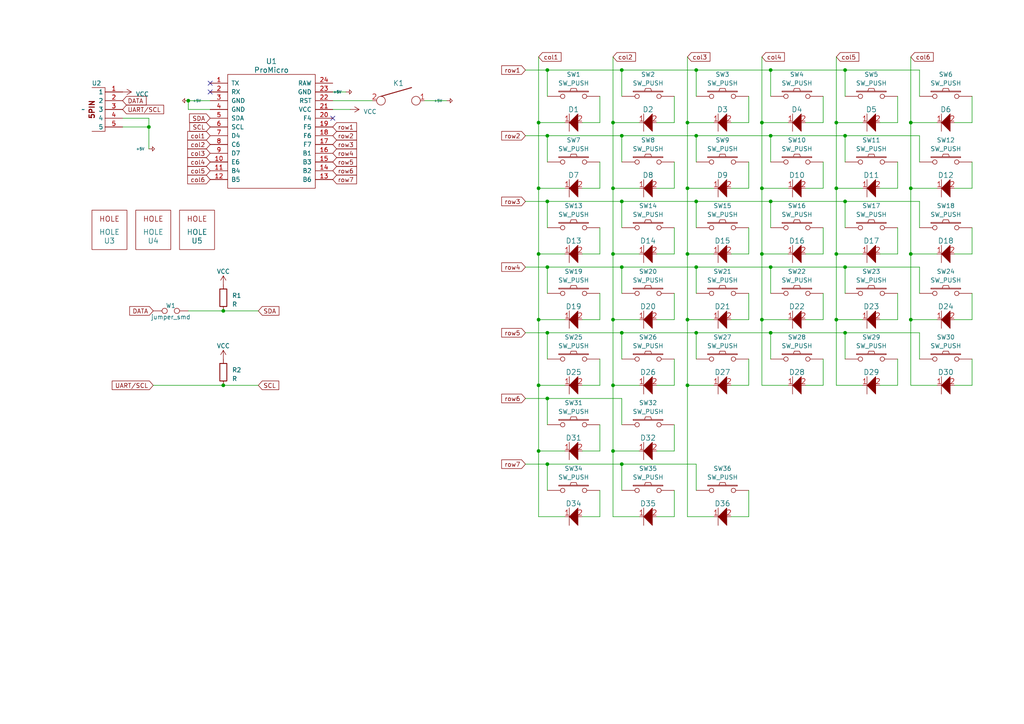
<source format=kicad_sch>
(kicad_sch (version 20230121) (generator eeschema)

  (uuid 4bbc943e-0a35-44d9-83de-6dd309da5250)

  (paper "A4")

  (lib_symbols
    (symbol "Device:R" (pin_numbers hide) (pin_names (offset 0)) (in_bom yes) (on_board yes)
      (property "Reference" "R" (at 2.032 0 90)
        (effects (font (size 1.27 1.27)))
      )
      (property "Value" "R" (at 0 0 90)
        (effects (font (size 1.27 1.27)))
      )
      (property "Footprint" "" (at -1.778 0 90)
        (effects (font (size 1.27 1.27)) hide)
      )
      (property "Datasheet" "~" (at 0 0 0)
        (effects (font (size 1.27 1.27)) hide)
      )
      (property "ki_keywords" "R res resistor" (at 0 0 0)
        (effects (font (size 1.27 1.27)) hide)
      )
      (property "ki_description" "Resistor" (at 0 0 0)
        (effects (font (size 1.27 1.27)) hide)
      )
      (property "ki_fp_filters" "R_*" (at 0 0 0)
        (effects (font (size 1.27 1.27)) hide)
      )
      (symbol "R_0_1"
        (rectangle (start -1.016 -2.54) (end 1.016 2.54)
          (stroke (width 0.254) (type default))
          (fill (type none))
        )
      )
      (symbol "R_1_1"
        (pin passive line (at 0 3.81 270) (length 1.27)
          (name "~" (effects (font (size 1.27 1.27))))
          (number "1" (effects (font (size 1.27 1.27))))
        )
        (pin passive line (at 0 -3.81 90) (length 1.27)
          (name "~" (effects (font (size 1.27 1.27))))
          (number "2" (effects (font (size 1.27 1.27))))
        )
      )
    )
    (symbol "ergo42-rescue:HOLE" (pin_names (offset 1.016)) (in_bom yes) (on_board yes)
      (property "Reference" "U" (at 0 0 0)
        (effects (font (size 1.524 1.524)))
      )
      (property "Value" "HOLE" (at 0 2.54 0)
        (effects (font (size 1.524 1.524)))
      )
      (property "Footprint" "" (at 0 0 0)
        (effects (font (size 1.524 1.524)))
      )
      (property "Datasheet" "" (at 0 0 0)
        (effects (font (size 1.524 1.524)))
      )
      (symbol "HOLE_0_0"
        (text "HOLE" (at 0 6.35 0)
          (effects (font (size 1.524 1.524)))
        )
      )
      (symbol "HOLE_0_1"
        (rectangle (start -5.08 8.89) (end 5.08 -2.54)
          (stroke (width 0) (type solid))
          (fill (type none))
        )
      )
    )
    (symbol "ergo42-rescue:jumper_smd" (pin_numbers hide) (pin_names (offset 0.762) hide) (in_bom yes) (on_board yes)
      (property "Reference" "W" (at 0 1.524 0)
        (effects (font (size 1.27 1.27)))
      )
      (property "Value" "jumper_smd" (at 0 -1.778 0)
        (effects (font (size 1.27 1.27)))
      )
      (property "Footprint" "" (at 0 0 0)
        (effects (font (size 1.27 1.27)))
      )
      (property "Datasheet" "" (at 0 0 0)
        (effects (font (size 1.27 1.27)))
      )
      (symbol "jumper_smd_0_1"
        (circle (center -1.778 0) (radius 0.762)
          (stroke (width 0) (type solid))
          (fill (type none))
        )
        (circle (center 1.778 0) (radius 0.762)
          (stroke (width 0) (type solid))
          (fill (type none))
        )
        (pin passive line (at -5.08 0 0) (length 2.54)
          (name "1" (effects (font (size 1.27 1.27))))
          (number "1" (effects (font (size 1.27 1.27))))
        )
        (pin passive line (at 5.08 0 180) (length 2.54)
          (name "2" (effects (font (size 1.27 1.27))))
          (number "2" (effects (font (size 1.27 1.27))))
        )
      )
    )
    (symbol "power:VCC" (power) (pin_names (offset 0)) (in_bom yes) (on_board yes)
      (property "Reference" "#PWR" (at 0 -3.81 0)
        (effects (font (size 1.27 1.27)) hide)
      )
      (property "Value" "VCC" (at 0 3.81 0)
        (effects (font (size 1.27 1.27)))
      )
      (property "Footprint" "" (at 0 0 0)
        (effects (font (size 1.27 1.27)) hide)
      )
      (property "Datasheet" "" (at 0 0 0)
        (effects (font (size 1.27 1.27)) hide)
      )
      (property "ki_keywords" "global power" (at 0 0 0)
        (effects (font (size 1.27 1.27)) hide)
      )
      (property "ki_description" "Power symbol creates a global label with name \"VCC\"" (at 0 0 0)
        (effects (font (size 1.27 1.27)) hide)
      )
      (symbol "VCC_0_1"
        (polyline
          (pts
            (xy -0.762 1.27)
            (xy 0 2.54)
          )
          (stroke (width 0) (type default))
          (fill (type none))
        )
        (polyline
          (pts
            (xy 0 0)
            (xy 0 2.54)
          )
          (stroke (width 0) (type default))
          (fill (type none))
        )
        (polyline
          (pts
            (xy 0 2.54)
            (xy 0.762 1.27)
          )
          (stroke (width 0) (type default))
          (fill (type none))
        )
      )
      (symbol "VCC_1_1"
        (pin power_in line (at 0 0 90) (length 0) hide
          (name "VCC" (effects (font (size 1.27 1.27))))
          (number "1" (effects (font (size 1.27 1.27))))
        )
      )
    )
    (symbol "programing_keyboard_promicro:ProMicro" (pin_names (offset 1.016)) (in_bom yes) (on_board yes)
      (property "Reference" "U" (at 0 24.13 0)
        (effects (font (size 1.524 1.524)))
      )
      (property "Value" "ProMicro" (at 0 -13.97 0)
        (effects (font (size 1.524 1.524)))
      )
      (property "Footprint" "" (at 2.54 -26.67 0)
        (effects (font (size 1.524 1.524)))
      )
      (property "Datasheet" "" (at 2.54 -26.67 0)
        (effects (font (size 1.524 1.524)))
      )
      (symbol "ProMicro_0_1"
        (rectangle (start -12.7 21.59) (end 12.7 -11.43)
          (stroke (width 0) (type solid))
          (fill (type none))
        )
      )
      (symbol "ProMicro_1_1"
        (pin bidirectional line (at -17.78 19.05 0) (length 5.08)
          (name "TX" (effects (font (size 1.27 1.27))))
          (number "1" (effects (font (size 1.27 1.27))))
        )
        (pin bidirectional line (at -17.78 -3.81 0) (length 5.08)
          (name "E6" (effects (font (size 1.27 1.27))))
          (number "10" (effects (font (size 1.27 1.27))))
        )
        (pin bidirectional line (at -17.78 -6.35 0) (length 5.08)
          (name "B4" (effects (font (size 1.27 1.27))))
          (number "11" (effects (font (size 1.27 1.27))))
        )
        (pin bidirectional line (at -17.78 -8.89 0) (length 5.08)
          (name "B5" (effects (font (size 1.27 1.27))))
          (number "12" (effects (font (size 1.27 1.27))))
        )
        (pin bidirectional line (at 17.78 -8.89 180) (length 5.08)
          (name "B6" (effects (font (size 1.27 1.27))))
          (number "13" (effects (font (size 1.27 1.27))))
        )
        (pin bidirectional line (at 17.78 -6.35 180) (length 5.08)
          (name "B2" (effects (font (size 1.27 1.27))))
          (number "14" (effects (font (size 1.27 1.27))))
        )
        (pin bidirectional line (at 17.78 -3.81 180) (length 5.08)
          (name "B3" (effects (font (size 1.27 1.27))))
          (number "15" (effects (font (size 1.27 1.27))))
        )
        (pin bidirectional line (at 17.78 -1.27 180) (length 5.08)
          (name "B1" (effects (font (size 1.27 1.27))))
          (number "16" (effects (font (size 1.27 1.27))))
        )
        (pin bidirectional line (at 17.78 1.27 180) (length 5.08)
          (name "F7" (effects (font (size 1.27 1.27))))
          (number "17" (effects (font (size 1.27 1.27))))
        )
        (pin bidirectional line (at 17.78 3.81 180) (length 5.08)
          (name "F6" (effects (font (size 1.27 1.27))))
          (number "18" (effects (font (size 1.27 1.27))))
        )
        (pin bidirectional line (at 17.78 6.35 180) (length 5.08)
          (name "F5" (effects (font (size 1.27 1.27))))
          (number "19" (effects (font (size 1.27 1.27))))
        )
        (pin bidirectional line (at -17.78 16.51 0) (length 5.08)
          (name "RX" (effects (font (size 1.27 1.27))))
          (number "2" (effects (font (size 1.27 1.27))))
        )
        (pin bidirectional line (at 17.78 8.89 180) (length 5.08)
          (name "F4" (effects (font (size 1.27 1.27))))
          (number "20" (effects (font (size 1.27 1.27))))
        )
        (pin power_in line (at 17.78 11.43 180) (length 5.08)
          (name "VCC" (effects (font (size 1.27 1.27))))
          (number "21" (effects (font (size 1.27 1.27))))
        )
        (pin input line (at 17.78 13.97 180) (length 5.08)
          (name "RST" (effects (font (size 1.27 1.27))))
          (number "22" (effects (font (size 1.27 1.27))))
        )
        (pin power_in line (at 17.78 16.51 180) (length 5.08)
          (name "GND" (effects (font (size 1.27 1.27))))
          (number "23" (effects (font (size 1.27 1.27))))
        )
        (pin power_out line (at 17.78 19.05 180) (length 5.08)
          (name "RAW" (effects (font (size 1.27 1.27))))
          (number "24" (effects (font (size 1.27 1.27))))
        )
        (pin power_in line (at -17.78 13.97 0) (length 5.08)
          (name "GND" (effects (font (size 1.27 1.27))))
          (number "3" (effects (font (size 1.27 1.27))))
        )
        (pin power_in line (at -17.78 11.43 0) (length 5.08)
          (name "GND" (effects (font (size 1.27 1.27))))
          (number "4" (effects (font (size 1.27 1.27))))
        )
        (pin bidirectional line (at -17.78 8.89 0) (length 5.08)
          (name "SDA" (effects (font (size 1.27 1.27))))
          (number "5" (effects (font (size 1.27 1.27))))
        )
        (pin bidirectional line (at -17.78 6.35 0) (length 5.08)
          (name "SCL" (effects (font (size 1.27 1.27))))
          (number "6" (effects (font (size 1.27 1.27))))
        )
        (pin bidirectional line (at -17.78 3.81 0) (length 5.08)
          (name "D4" (effects (font (size 1.27 1.27))))
          (number "7" (effects (font (size 1.27 1.27))))
        )
        (pin bidirectional line (at -17.78 1.27 0) (length 5.08)
          (name "C6" (effects (font (size 1.27 1.27))))
          (number "8" (effects (font (size 1.27 1.27))))
        )
        (pin bidirectional line (at -17.78 -1.27 0) (length 5.08)
          (name "D7" (effects (font (size 1.27 1.27))))
          (number "9" (effects (font (size 1.27 1.27))))
        )
      )
    )
    (symbol "programing_keyboard_tmk:D" (pin_names (offset 1.016)) (in_bom yes) (on_board yes)
      (property "Reference" "D" (at -3.81 -1.27 90)
        (effects (font (size 1.524 1.524)))
      )
      (property "Value" "D" (at 3.81 -1.27 90)
        (effects (font (size 1.524 1.524)) hide)
      )
      (property "Footprint" "" (at 0 0 0)
        (effects (font (size 1.524 1.524)))
      )
      (property "Datasheet" "" (at 0 0 0)
        (effects (font (size 1.524 1.524)))
      )
      (symbol "D_0_1"
        (polyline
          (pts
            (xy -2.54 0)
            (xy 2.54 0)
          )
          (stroke (width 0) (type solid))
          (fill (type none))
        )
        (polyline
          (pts
            (xy 0 0)
            (xy -2.54 -2.54)
            (xy 2.54 -2.54)
            (xy 0 0)
          )
          (stroke (width 0) (type solid))
          (fill (type outline))
        )
      )
      (symbol "D_1_1"
        (pin passive line (at 0 1.27 270) (length 1.27)
          (name "~" (effects (font (size 1.524 1.524))))
          (number "1" (effects (font (size 1.524 1.524))))
        )
        (pin passive line (at 0 -3.81 90) (length 1.27)
          (name "~" (effects (font (size 1.524 1.524))))
          (number "2" (effects (font (size 1.524 1.524))))
        )
      )
    )
    (symbol "programing_keyboard_tmk:GND" (power) (pin_names (offset 0)) (in_bom yes) (on_board yes)
      (property "Reference" "#PWR" (at 0 1.27 0)
        (effects (font (size 0.508 0.508)) hide)
      )
      (property "Value" "GND" (at 0 -2.54 0)
        (effects (font (size 0.762 0.762)))
      )
      (property "Footprint" "" (at 0 0 0)
        (effects (font (size 1.524 1.524)))
      )
      (property "Datasheet" "" (at 0 0 0)
        (effects (font (size 1.524 1.524)))
      )
      (symbol "GND_0_0"
        (pin power_in line (at 0 0 90) (length 0) hide
          (name "+5V" (effects (font (size 0.508 0.508))))
          (number "1" (effects (font (size 0.254 0.254))))
        )
      )
      (symbol "GND_0_1"
        (polyline
          (pts
            (xy 0 -1.651)
            (xy 0.635 -1.016)
            (xy -0.635 -1.016)
            (xy 0 -1.651)
          )
          (stroke (width 0) (type solid))
          (fill (type none))
        )
      )
      (symbol "GND_1_1"
        (polyline
          (pts
            (xy 0 0)
            (xy 0 -1.016)
            (xy 0 -1.016)
          )
          (stroke (width 0) (type solid))
          (fill (type none))
        )
      )
    )
    (symbol "programing_keyboard_tmk:KEYSW" (pin_names (offset 1.016)) (in_bom yes) (on_board yes)
      (property "Reference" "K?" (at -1.27 0 0)
        (effects (font (size 1.524 1.524)))
      )
      (property "Value" "KEYSW" (at 0 -2.54 0)
        (effects (font (size 1.524 1.524)) hide)
      )
      (property "Footprint" "" (at 0 0 0)
        (effects (font (size 1.524 1.524)))
      )
      (property "Datasheet" "" (at 0 0 0)
        (effects (font (size 1.524 1.524)))
      )
      (symbol "KEYSW_0_1"
        (circle (center -5.08 0) (radius 1.27)
          (stroke (width 0) (type solid))
          (fill (type none))
        )
        (polyline
          (pts
            (xy -5.08 1.27)
            (xy 3.81 3.81)
          )
          (stroke (width 0.254) (type solid))
          (fill (type none))
        )
        (circle (center 5.08 0) (radius 1.27)
          (stroke (width 0) (type solid))
          (fill (type none))
        )
      )
      (symbol "KEYSW_1_1"
        (pin passive line (at 7.62 0 180) (length 1.27)
          (name "~" (effects (font (size 1.524 1.524))))
          (number "1" (effects (font (size 1.524 1.524))))
        )
        (pin passive line (at -7.62 0 0) (length 1.27)
          (name "~" (effects (font (size 1.524 1.524))))
          (number "2" (effects (font (size 1.524 1.524))))
        )
      )
    )
    (symbol "programing_keyboard_tmk:SW_PUSH" (pin_numbers hide) (pin_names (offset 1.016) hide) (in_bom yes) (on_board yes)
      (property "Reference" "SW" (at 3.81 2.794 0)
        (effects (font (size 1.27 1.27)))
      )
      (property "Value" "SW_PUSH" (at 0 -2.032 0)
        (effects (font (size 1.27 1.27)))
      )
      (property "Footprint" "" (at 0 0 0)
        (effects (font (size 1.524 1.524)))
      )
      (property "Datasheet" "" (at 0 0 0)
        (effects (font (size 1.524 1.524)))
      )
      (symbol "SW_PUSH_0_1"
        (rectangle (start -4.318 1.27) (end 4.318 1.524)
          (stroke (width 0) (type solid))
          (fill (type none))
        )
        (polyline
          (pts
            (xy -1.016 1.524)
            (xy -0.762 2.286)
            (xy 0.762 2.286)
            (xy 1.016 1.524)
          )
          (stroke (width 0) (type solid))
          (fill (type none))
        )
        (pin passive inverted (at -7.62 0 0) (length 5.08)
          (name "1" (effects (font (size 1.524 1.524))))
          (number "1" (effects (font (size 1.524 1.524))))
        )
        (pin passive inverted (at 7.62 0 180) (length 5.08)
          (name "2" (effects (font (size 1.524 1.524))))
          (number "2" (effects (font (size 1.524 1.524))))
        )
      )
    )
    (symbol "trrs_5pin:5pin" (in_bom yes) (on_board yes)
      (property "Reference" "U" (at 0 0 0)
        (effects (font (size 1.27 1.27)))
      )
      (property "Value" "" (at 0 0 0)
        (effects (font (size 1.27 1.27)))
      )
      (property "Footprint" "" (at 0 0 0)
        (effects (font (size 1.27 1.27)) hide)
      )
      (property "Datasheet" "" (at 0 0 0)
        (effects (font (size 1.27 1.27)) hide)
      )
      (symbol "5pin_0_0"
        (polyline
          (pts
            (xy 2.54 6.35)
            (xy 6.35 6.35)
            (xy 6.35 -6.35)
            (xy 2.54 -6.35)
          )
          (stroke (width 0) (type solid))
          (fill (type none))
        )
        (text "5PIN" (at 2.54 0 900)
          (effects (font (size 1.524 1.524) bold))
        )
      )
      (symbol "5pin_1_1"
        (pin power_in line (at 11.43 5.08 180) (length 5.08)
          (name "1" (effects (font (size 1.27 1.27))))
          (number "1" (effects (font (size 1.27 1.27))))
        )
        (pin bidirectional line (at 11.43 2.54 180) (length 5.08)
          (name "2" (effects (font (size 1.27 1.27))))
          (number "2" (effects (font (size 1.27 1.27))))
        )
        (pin bidirectional line (at 11.43 0 180) (length 5.08)
          (name "3" (effects (font (size 1.27 1.27))))
          (number "3" (effects (font (size 1.27 1.27))))
        )
        (pin power_in line (at 11.43 -2.54 180) (length 5.08)
          (name "4" (effects (font (size 1.27 1.27))))
          (number "4" (effects (font (size 1.27 1.27))))
        )
        (pin power_in line (at 11.43 -5.08 180) (length 5.08)
          (name "5" (effects (font (size 1.27 1.27))))
          (number "5" (effects (font (size 1.27 1.27))))
        )
      )
    )
  )

  (junction (at 43.18 36.83) (diameter 0) (color 0 0 0 0)
    (uuid 05631c8a-855b-4843-9b13-25e05b04bfab)
  )
  (junction (at 64.77 111.76) (diameter 0) (color 0 0 0 0)
    (uuid 10de5b4a-1f5b-4c31-9db7-7852e3f01969)
  )
  (junction (at 158.75 39.37) (diameter 0) (color 0 0 0 0)
    (uuid 11c05b9a-77ef-412f-b6b4-6b2f38449168)
  )
  (junction (at 156.21 111.76) (diameter 0) (color 0 0 0 0)
    (uuid 15c3db44-ff63-4c0c-8ec2-de7996e5a953)
  )
  (junction (at 180.34 96.52) (diameter 0) (color 0 0 0 0)
    (uuid 193b8a1e-853f-473f-a24a-7364dd1db1f0)
  )
  (junction (at 177.8 54.61) (diameter 0) (color 0 0 0 0)
    (uuid 1dedbeef-3ac4-436a-9e1f-83e796e5c153)
  )
  (junction (at 180.34 20.32) (diameter 0) (color 0 0 0 0)
    (uuid 23d7da8a-e125-44aa-9bb8-b9dd731adb8b)
  )
  (junction (at 156.21 92.71) (diameter 0) (color 0 0 0 0)
    (uuid 263cbec1-1ac2-4343-90ad-c4c6e55c7588)
  )
  (junction (at 177.8 73.66) (diameter 0) (color 0 0 0 0)
    (uuid 2acd3453-570b-4581-9c0a-daf051afc205)
  )
  (junction (at 199.39 73.66) (diameter 0) (color 0 0 0 0)
    (uuid 2bd3872b-ac20-4c57-afdc-061cee2b744b)
  )
  (junction (at 177.8 130.81) (diameter 0) (color 0 0 0 0)
    (uuid 34aa3b6c-2df9-465a-87aa-7d33b44d7601)
  )
  (junction (at 223.52 77.47) (diameter 0) (color 0 0 0 0)
    (uuid 34e24376-7a8f-4ed9-8770-fb24e1646318)
  )
  (junction (at 242.57 73.66) (diameter 0) (color 0 0 0 0)
    (uuid 3e205fe5-9d78-4632-978f-1b1bf7d47076)
  )
  (junction (at 158.75 115.57) (diameter 0) (color 0 0 0 0)
    (uuid 49e562cd-6f55-4088-867c-3668bfc9c3af)
  )
  (junction (at 156.21 130.81) (diameter 0) (color 0 0 0 0)
    (uuid 4e5b06bf-1336-445d-8d1e-21f736e4c6c7)
  )
  (junction (at 177.8 111.76) (diameter 0) (color 0 0 0 0)
    (uuid 4ff9b83d-962c-4b0f-a719-c0bbdd99b4dc)
  )
  (junction (at 220.98 35.56) (diameter 0) (color 0 0 0 0)
    (uuid 5895b743-6205-486d-a3c2-f8b7c39a1fbe)
  )
  (junction (at 54.61 29.21) (diameter 0) (color 0 0 0 0)
    (uuid 60f598e8-00fe-472a-9264-917c6235cd80)
  )
  (junction (at 158.75 77.47) (diameter 0) (color 0 0 0 0)
    (uuid 678bc72c-7222-4b30-91cf-43471b22ff28)
  )
  (junction (at 201.93 96.52) (diameter 0) (color 0 0 0 0)
    (uuid 6841369a-cb79-42bd-b731-90d4d289d4f8)
  )
  (junction (at 220.98 92.71) (diameter 0) (color 0 0 0 0)
    (uuid 6897e3b1-2b45-4245-b0b3-a9064fada709)
  )
  (junction (at 199.39 92.71) (diameter 0) (color 0 0 0 0)
    (uuid 6ac2dd98-2ec6-419a-ac80-52e070091917)
  )
  (junction (at 180.34 134.62) (diameter 0) (color 0 0 0 0)
    (uuid 6ac9cb25-badf-41de-8a9b-774a417495c4)
  )
  (junction (at 156.21 35.56) (diameter 0) (color 0 0 0 0)
    (uuid 6d581ed9-c31a-445f-9926-c6942ff51872)
  )
  (junction (at 264.16 35.56) (diameter 0) (color 0 0 0 0)
    (uuid 7ec66142-c6c7-4437-a93a-b5205efba4c5)
  )
  (junction (at 201.93 58.42) (diameter 0) (color 0 0 0 0)
    (uuid 7f8d97a5-a4d0-4482-b843-3c094eddc04c)
  )
  (junction (at 199.39 35.56) (diameter 0) (color 0 0 0 0)
    (uuid 90e6ab30-69cd-4e67-998b-49f4cdd466c3)
  )
  (junction (at 158.75 20.32) (diameter 0) (color 0 0 0 0)
    (uuid 94034a69-dc02-48b0-8bd6-6e5b526744dd)
  )
  (junction (at 158.75 58.42) (diameter 0) (color 0 0 0 0)
    (uuid 94d16738-a307-4ef9-aee9-9255249c8fd9)
  )
  (junction (at 180.34 77.47) (diameter 0) (color 0 0 0 0)
    (uuid 9718b00e-0787-41d6-be22-9aa911ba9a33)
  )
  (junction (at 264.16 54.61) (diameter 0) (color 0 0 0 0)
    (uuid 996596bd-a078-4757-bf0e-655b6c8b55f2)
  )
  (junction (at 64.77 90.17) (diameter 0) (color 0 0 0 0)
    (uuid a0402441-2f8b-410c-84bb-95279a98f495)
  )
  (junction (at 156.21 73.66) (diameter 0) (color 0 0 0 0)
    (uuid a06502b0-e65d-4025-842d-cddf1aece339)
  )
  (junction (at 156.21 54.61) (diameter 0) (color 0 0 0 0)
    (uuid a08af8a4-78fb-4bee-a683-fa8fc4aa0297)
  )
  (junction (at 199.39 54.61) (diameter 0) (color 0 0 0 0)
    (uuid a703ef93-587c-41c1-8ead-2134c540d543)
  )
  (junction (at 245.11 39.37) (diameter 0) (color 0 0 0 0)
    (uuid a7454ed9-8cdb-4d51-97c4-3cfeb30a16e6)
  )
  (junction (at 158.75 134.62) (diameter 0) (color 0 0 0 0)
    (uuid a89efe72-b442-4d1b-ac45-938ab7e3a29a)
  )
  (junction (at 223.52 96.52) (diameter 0) (color 0 0 0 0)
    (uuid aa811b48-dbaf-4325-940b-90a44f661ad7)
  )
  (junction (at 223.52 20.32) (diameter 0) (color 0 0 0 0)
    (uuid ad81879c-ca08-4e64-8913-18914eb64fef)
  )
  (junction (at 245.11 96.52) (diameter 0) (color 0 0 0 0)
    (uuid b3812f7c-28b3-4027-9ad0-507db69010bc)
  )
  (junction (at 177.8 92.71) (diameter 0) (color 0 0 0 0)
    (uuid b47f9be7-e27b-41ac-bcb1-0c3dce12fcec)
  )
  (junction (at 242.57 92.71) (diameter 0) (color 0 0 0 0)
    (uuid b5a8a34e-1c0a-4532-ae39-34906784a563)
  )
  (junction (at 158.75 96.52) (diameter 0) (color 0 0 0 0)
    (uuid be6276a6-0331-4393-816b-50e82500c460)
  )
  (junction (at 264.16 92.71) (diameter 0) (color 0 0 0 0)
    (uuid c9f02928-bb71-484e-a26d-d4e348ee4c2c)
  )
  (junction (at 245.11 58.42) (diameter 0) (color 0 0 0 0)
    (uuid ca0ce084-41d9-431c-b8b6-5e624d7cf3ed)
  )
  (junction (at 220.98 73.66) (diameter 0) (color 0 0 0 0)
    (uuid cf7a31f7-31e9-4286-ab05-cb650c9b23cd)
  )
  (junction (at 177.8 35.56) (diameter 0) (color 0 0 0 0)
    (uuid d0be2b9e-285f-48df-8457-6140174daaef)
  )
  (junction (at 223.52 39.37) (diameter 0) (color 0 0 0 0)
    (uuid d1374fc6-fa5a-4eac-a18a-e85d9f028475)
  )
  (junction (at 245.11 20.32) (diameter 0) (color 0 0 0 0)
    (uuid d203f97a-08f6-4538-8616-d3f193e49c41)
  )
  (junction (at 223.52 58.42) (diameter 0) (color 0 0 0 0)
    (uuid d2d7a17f-83b5-4842-ae30-761378243299)
  )
  (junction (at 201.93 39.37) (diameter 0) (color 0 0 0 0)
    (uuid d8a65e20-d432-4458-b830-973c705807ff)
  )
  (junction (at 199.39 111.76) (diameter 0) (color 0 0 0 0)
    (uuid da368a33-32ea-4b7d-a511-43cdc75f6466)
  )
  (junction (at 242.57 54.61) (diameter 0) (color 0 0 0 0)
    (uuid dd889c8f-94f1-4d28-b63c-f033e1578690)
  )
  (junction (at 242.57 35.56) (diameter 0) (color 0 0 0 0)
    (uuid e08af2d6-2383-45dc-92cf-8b631ff09726)
  )
  (junction (at 201.93 20.32) (diameter 0) (color 0 0 0 0)
    (uuid e17effcc-5dc3-4dfa-9a91-a7fec2b90493)
  )
  (junction (at 180.34 58.42) (diameter 0) (color 0 0 0 0)
    (uuid e30448a0-cbd0-415b-8b05-fdb943b32896)
  )
  (junction (at 245.11 77.47) (diameter 0) (color 0 0 0 0)
    (uuid e7c56d07-98e2-41c9-8f9e-7f09f728e197)
  )
  (junction (at 220.98 54.61) (diameter 0) (color 0 0 0 0)
    (uuid eba913ca-9f63-4d31-b13b-9ca9f1146c6b)
  )
  (junction (at 180.34 39.37) (diameter 0) (color 0 0 0 0)
    (uuid f58add80-fd26-4b77-9ba2-952dcf01a535)
  )
  (junction (at 201.93 77.47) (diameter 0) (color 0 0 0 0)
    (uuid fa6715f1-7e28-4b5c-a9f3-09d8372e23d0)
  )
  (junction (at 264.16 73.66) (diameter 0) (color 0 0 0 0)
    (uuid fba4a9e4-b634-4e0c-bfb6-f058a99aee06)
  )

  (no_connect (at 60.96 26.67) (uuid 31dd6542-7b1f-40ae-bfd5-979a8a1063b2))
  (no_connect (at 60.96 24.13) (uuid 505b9593-4777-442f-a875-e5d5c6aee348))
  (no_connect (at 96.52 34.29) (uuid f8a8aaab-ad38-4079-9ecd-2385969c201a))

  (wire (pts (xy 158.75 58.42) (xy 158.75 66.04))
    (stroke (width 0) (type default))
    (uuid 02c5b4ba-cfd8-4499-87a5-d5b9aaae1ff9)
  )
  (wire (pts (xy 260.35 54.61) (xy 255.27 54.61))
    (stroke (width 0) (type default))
    (uuid 02f27317-bee8-4e8a-84a6-f9348081382e)
  )
  (wire (pts (xy 199.39 54.61) (xy 199.39 73.66))
    (stroke (width 0) (type default))
    (uuid 0388832f-3e35-489f-b830-b7c12641b40c)
  )
  (wire (pts (xy 245.11 20.32) (xy 266.7 20.32))
    (stroke (width 0) (type default))
    (uuid 042d45fd-c481-48ac-835b-94c21fefa488)
  )
  (wire (pts (xy 180.34 134.62) (xy 201.93 134.62))
    (stroke (width 0) (type default))
    (uuid 042d99f3-dd27-4f6b-b8b4-17110d181121)
  )
  (wire (pts (xy 199.39 35.56) (xy 199.39 54.61))
    (stroke (width 0) (type default))
    (uuid 051dee6c-b941-4be1-8817-a6c4658f7769)
  )
  (wire (pts (xy 238.76 111.76) (xy 233.68 111.76))
    (stroke (width 0) (type default))
    (uuid 05a706e4-d465-4c0a-90ce-5450fe81987b)
  )
  (wire (pts (xy 264.16 73.66) (xy 264.16 92.71))
    (stroke (width 0) (type default))
    (uuid 0a477dcd-1063-4276-9e74-3738eba4731b)
  )
  (wire (pts (xy 266.7 77.47) (xy 266.7 85.09))
    (stroke (width 0) (type default))
    (uuid 0c51ec5b-9cd5-4b7d-ae53-f3445ee73bd6)
  )
  (wire (pts (xy 260.35 104.14) (xy 260.35 111.76))
    (stroke (width 0) (type default))
    (uuid 0caf1a93-78c1-4d95-adb6-2541cfb1e131)
  )
  (wire (pts (xy 264.16 92.71) (xy 271.78 92.71))
    (stroke (width 0) (type default))
    (uuid 0cca193a-0af0-411d-bb59-af506b53ddd7)
  )
  (wire (pts (xy 96.52 31.75) (xy 101.6 31.75))
    (stroke (width 0) (type default))
    (uuid 0f67f38e-0cf9-4508-bfb3-537cc00a041d)
  )
  (wire (pts (xy 201.93 39.37) (xy 201.93 46.99))
    (stroke (width 0) (type default))
    (uuid 10f38cf1-c9e7-4504-aa81-1e1e7ac53a98)
  )
  (wire (pts (xy 264.16 35.56) (xy 271.78 35.56))
    (stroke (width 0) (type default))
    (uuid 1191159d-fe82-4cb9-8534-72b76305bba9)
  )
  (wire (pts (xy 264.16 73.66) (xy 271.78 73.66))
    (stroke (width 0) (type default))
    (uuid 11c0140e-91b3-40ab-8bf6-064921d45da6)
  )
  (wire (pts (xy 173.99 73.66) (xy 168.91 73.66))
    (stroke (width 0) (type default))
    (uuid 12211c09-d7c3-4845-a710-7991a07d6193)
  )
  (wire (pts (xy 177.8 35.56) (xy 177.8 54.61))
    (stroke (width 0) (type default))
    (uuid 137ca28e-6aac-4a34-a4bd-788c68d91647)
  )
  (wire (pts (xy 177.8 111.76) (xy 177.8 130.81))
    (stroke (width 0) (type default))
    (uuid 13d0b1d3-e985-4aa1-bbe1-4b4f42f27fdd)
  )
  (wire (pts (xy 180.34 77.47) (xy 201.93 77.47))
    (stroke (width 0) (type default))
    (uuid 145570f6-f4ac-4b48-83a0-c38d62ae1400)
  )
  (wire (pts (xy 217.17 73.66) (xy 212.09 73.66))
    (stroke (width 0) (type default))
    (uuid 16439a0e-450f-43c3-a98b-0b2a67766b25)
  )
  (wire (pts (xy 43.18 36.83) (xy 43.18 43.18))
    (stroke (width 0) (type default))
    (uuid 16c4ae98-7ea0-4ba1-ab95-2487f471d9b4)
  )
  (wire (pts (xy 245.11 20.32) (xy 245.11 27.94))
    (stroke (width 0) (type default))
    (uuid 1753cd6c-929b-452d-b009-d77ba04b64d0)
  )
  (wire (pts (xy 238.76 27.94) (xy 238.76 35.56))
    (stroke (width 0) (type default))
    (uuid 17a0a6c5-945a-47f7-8217-52223fa7592b)
  )
  (wire (pts (xy 195.58 73.66) (xy 190.5 73.66))
    (stroke (width 0) (type default))
    (uuid 1a11ff6e-dd5c-4688-8e02-527f3c4130dd)
  )
  (wire (pts (xy 199.39 111.76) (xy 207.01 111.76))
    (stroke (width 0) (type default))
    (uuid 1ab14459-02c6-413c-9e4c-38ef77dba49d)
  )
  (wire (pts (xy 156.21 149.86) (xy 163.83 149.86))
    (stroke (width 0) (type default))
    (uuid 1c16d51b-8c36-458b-9045-ead68135c3e2)
  )
  (wire (pts (xy 177.8 16.51) (xy 177.8 35.56))
    (stroke (width 0) (type default))
    (uuid 1c86354b-9c73-4daa-81be-d3974b6eeee2)
  )
  (wire (pts (xy 242.57 73.66) (xy 242.57 92.71))
    (stroke (width 0) (type default))
    (uuid 1cc056b5-a81e-483c-8442-77e0d1d79496)
  )
  (wire (pts (xy 242.57 35.56) (xy 250.19 35.56))
    (stroke (width 0) (type default))
    (uuid 1d998d2c-dba5-44e2-98c0-3528548bee88)
  )
  (wire (pts (xy 180.34 96.52) (xy 180.34 104.14))
    (stroke (width 0) (type default))
    (uuid 1e2e31fe-5265-4f2c-84ab-67998c924bc8)
  )
  (wire (pts (xy 264.16 92.71) (xy 264.16 111.76))
    (stroke (width 0) (type default))
    (uuid 1e4ffdfe-b9cb-4eb8-8439-739e36d03fa1)
  )
  (wire (pts (xy 180.34 58.42) (xy 180.34 66.04))
    (stroke (width 0) (type default))
    (uuid 1eac1c8f-9ab0-4ab8-96c4-02da9a98efae)
  )
  (wire (pts (xy 238.76 104.14) (xy 238.76 111.76))
    (stroke (width 0) (type default))
    (uuid 21cff558-3315-47b6-b293-483064f84287)
  )
  (wire (pts (xy 156.21 16.51) (xy 156.21 35.56))
    (stroke (width 0) (type default))
    (uuid 23a4077e-4731-43b7-813f-e39f951a007b)
  )
  (wire (pts (xy 199.39 54.61) (xy 207.01 54.61))
    (stroke (width 0) (type default))
    (uuid 24e74700-0876-41d6-b584-e7e4356ea8f6)
  )
  (wire (pts (xy 281.94 104.14) (xy 281.94 111.76))
    (stroke (width 0) (type default))
    (uuid 2535de18-6655-4044-b941-9f66e3ca819d)
  )
  (wire (pts (xy 158.75 96.52) (xy 158.75 104.14))
    (stroke (width 0) (type default))
    (uuid 270381f8-1bca-459b-ab43-044d87d35360)
  )
  (wire (pts (xy 217.17 46.99) (xy 217.17 54.61))
    (stroke (width 0) (type default))
    (uuid 278caf7a-ae59-486f-9a1b-5eb443a59aa9)
  )
  (wire (pts (xy 245.11 39.37) (xy 245.11 46.99))
    (stroke (width 0) (type default))
    (uuid 27d690d5-ab88-4915-9ac2-b6d7f6d0eb59)
  )
  (wire (pts (xy 54.61 90.17) (xy 64.77 90.17))
    (stroke (width 0) (type default))
    (uuid 28dbba70-3a06-49de-ac7b-0d2d4b8633f4)
  )
  (wire (pts (xy 173.99 27.94) (xy 173.99 35.56))
    (stroke (width 0) (type default))
    (uuid 2acb071d-7f83-4c87-9c64-b5536af73583)
  )
  (wire (pts (xy 177.8 92.71) (xy 177.8 111.76))
    (stroke (width 0) (type default))
    (uuid 2b9f44fe-2922-4894-8077-4126062e6909)
  )
  (wire (pts (xy 264.16 35.56) (xy 264.16 54.61))
    (stroke (width 0) (type default))
    (uuid 2c2ffb4e-0325-47c6-9eb2-1cbd295879bc)
  )
  (wire (pts (xy 223.52 20.32) (xy 223.52 27.94))
    (stroke (width 0) (type default))
    (uuid 2dc569cb-247e-4a0a-9a0f-9d6d48669db5)
  )
  (wire (pts (xy 180.34 96.52) (xy 201.93 96.52))
    (stroke (width 0) (type default))
    (uuid 2e0ccd7d-6985-4cde-829c-1d25cbc6dd73)
  )
  (wire (pts (xy 180.34 20.32) (xy 180.34 27.94))
    (stroke (width 0) (type default))
    (uuid 2ed6b005-7303-4cc7-a1a0-a874eab97b01)
  )
  (wire (pts (xy 64.77 111.76) (xy 74.93 111.76))
    (stroke (width 0) (type default))
    (uuid 3182d83b-0508-41a1-a4de-5f770e3ff585)
  )
  (wire (pts (xy 242.57 111.76) (xy 250.19 111.76))
    (stroke (width 0) (type default))
    (uuid 32c88b97-ac3e-4200-b66e-dd5218aa486f)
  )
  (wire (pts (xy 60.96 31.75) (xy 54.61 31.75))
    (stroke (width 0) (type default))
    (uuid 32e51181-ba43-4426-b865-aab9527e4574)
  )
  (wire (pts (xy 173.99 104.14) (xy 173.99 111.76))
    (stroke (width 0) (type default))
    (uuid 3550349b-c92b-46ed-9aa3-46c826407434)
  )
  (wire (pts (xy 177.8 130.81) (xy 185.42 130.81))
    (stroke (width 0) (type default))
    (uuid 35d5fdec-7216-42e2-98eb-a54dbe697833)
  )
  (wire (pts (xy 264.16 111.76) (xy 271.78 111.76))
    (stroke (width 0) (type default))
    (uuid 39713b00-28cb-4dce-bdd7-4bf1e36abcc5)
  )
  (wire (pts (xy 245.11 96.52) (xy 266.7 96.52))
    (stroke (width 0) (type default))
    (uuid 3c390957-df24-43b2-a1c3-be6587de9a9d)
  )
  (wire (pts (xy 152.4 58.42) (xy 158.75 58.42))
    (stroke (width 0) (type default))
    (uuid 3c83e595-56f5-415b-9841-a1737fde5902)
  )
  (wire (pts (xy 158.75 58.42) (xy 180.34 58.42))
    (stroke (width 0) (type default))
    (uuid 3d44b0b7-850a-4465-aeb4-26517ee1dbcf)
  )
  (wire (pts (xy 266.7 96.52) (xy 266.7 104.14))
    (stroke (width 0) (type default))
    (uuid 3d85b4ec-3eaf-4145-bc57-1ca76ae29e0e)
  )
  (wire (pts (xy 201.93 20.32) (xy 223.52 20.32))
    (stroke (width 0) (type default))
    (uuid 3da116ac-ccc2-482f-a4d7-84f3f31b27f0)
  )
  (wire (pts (xy 156.21 73.66) (xy 156.21 92.71))
    (stroke (width 0) (type default))
    (uuid 400a6d6a-127e-49c9-993b-674f64c0647b)
  )
  (wire (pts (xy 264.16 16.51) (xy 264.16 35.56))
    (stroke (width 0) (type default))
    (uuid 42b4d48b-0f60-4f72-9f67-492a062589a8)
  )
  (wire (pts (xy 217.17 111.76) (xy 212.09 111.76))
    (stroke (width 0) (type default))
    (uuid 42fabda8-a4dd-4d7f-9d11-1fb2947c63bd)
  )
  (wire (pts (xy 242.57 92.71) (xy 242.57 111.76))
    (stroke (width 0) (type default))
    (uuid 449ce813-9b5e-45b0-93dc-2fb1029d3393)
  )
  (wire (pts (xy 195.58 111.76) (xy 190.5 111.76))
    (stroke (width 0) (type default))
    (uuid 44e36a10-62db-4a5e-bb07-2d1ab3ea4512)
  )
  (wire (pts (xy 220.98 92.71) (xy 220.98 111.76))
    (stroke (width 0) (type default))
    (uuid 47da1038-787f-446b-b16e-a64569256cf8)
  )
  (wire (pts (xy 195.58 123.19) (xy 195.58 130.81))
    (stroke (width 0) (type default))
    (uuid 48037dd3-7693-4362-b814-4ee33b7249d0)
  )
  (wire (pts (xy 223.52 96.52) (xy 223.52 104.14))
    (stroke (width 0) (type default))
    (uuid 49d5e0f4-fe9b-4369-851f-3b44be91605b)
  )
  (wire (pts (xy 173.99 35.56) (xy 168.91 35.56))
    (stroke (width 0) (type default))
    (uuid 4acd09cc-2175-4a0b-a872-af1b096fce62)
  )
  (wire (pts (xy 220.98 35.56) (xy 220.98 54.61))
    (stroke (width 0) (type default))
    (uuid 4c2e7df6-f6de-4f83-9ddc-21063f3e9e6f)
  )
  (wire (pts (xy 238.76 46.99) (xy 238.76 54.61))
    (stroke (width 0) (type default))
    (uuid 4cb52855-b912-46c3-a73d-4fcc518c065c)
  )
  (wire (pts (xy 195.58 85.09) (xy 195.58 92.71))
    (stroke (width 0) (type default))
    (uuid 4d19e33b-c2cf-4fe0-bb9f-3910068b7028)
  )
  (wire (pts (xy 96.52 26.67) (xy 100.33 26.67))
    (stroke (width 0) (type default))
    (uuid 4d28bdf0-fccb-4dab-906d-5ada778a0ccc)
  )
  (wire (pts (xy 242.57 35.56) (xy 242.57 54.61))
    (stroke (width 0) (type default))
    (uuid 4e6209d7-5748-42de-9cfa-d420e548a658)
  )
  (wire (pts (xy 177.8 92.71) (xy 185.42 92.71))
    (stroke (width 0) (type default))
    (uuid 50fdb1ab-71e0-4bf4-a8a6-45ec7a6b5cf8)
  )
  (wire (pts (xy 199.39 111.76) (xy 199.39 149.86))
    (stroke (width 0) (type default))
    (uuid 51332dad-c2c1-445e-be9b-f6562d1dc07b)
  )
  (wire (pts (xy 195.58 66.04) (xy 195.58 73.66))
    (stroke (width 0) (type default))
    (uuid 5163bd24-052c-4d0c-8682-da21bfe5900a)
  )
  (wire (pts (xy 260.35 73.66) (xy 255.27 73.66))
    (stroke (width 0) (type default))
    (uuid 52b76444-87b0-463a-9de8-0f4f23bfe67d)
  )
  (wire (pts (xy 177.8 73.66) (xy 177.8 92.71))
    (stroke (width 0) (type default))
    (uuid 55204bad-fd99-4624-9e83-4b3fe1e6c08b)
  )
  (wire (pts (xy 35.56 36.83) (xy 43.18 36.83))
    (stroke (width 0) (type default))
    (uuid 554ac961-19c4-41f4-86a5-7c09d5533420)
  )
  (wire (pts (xy 223.52 58.42) (xy 223.52 66.04))
    (stroke (width 0) (type default))
    (uuid 555d2d69-76de-4eeb-93d0-1186c7f45058)
  )
  (wire (pts (xy 152.4 96.52) (xy 158.75 96.52))
    (stroke (width 0) (type default))
    (uuid 55af87bd-96f0-4758-9bcc-3c185432e083)
  )
  (wire (pts (xy 173.99 92.71) (xy 168.91 92.71))
    (stroke (width 0) (type default))
    (uuid 57879346-5aba-4186-b8d4-36f6937bfbfc)
  )
  (wire (pts (xy 223.52 39.37) (xy 223.52 46.99))
    (stroke (width 0) (type default))
    (uuid 57c1db4b-234b-4ffc-8640-f811db0f4aed)
  )
  (wire (pts (xy 201.93 96.52) (xy 223.52 96.52))
    (stroke (width 0) (type default))
    (uuid 58a7cc4b-e9e4-4132-a949-4ebfd5802110)
  )
  (wire (pts (xy 223.52 39.37) (xy 245.11 39.37))
    (stroke (width 0) (type default))
    (uuid 599c2092-7611-4922-89a7-2df93c50f76e)
  )
  (wire (pts (xy 158.75 20.32) (xy 180.34 20.32))
    (stroke (width 0) (type default))
    (uuid 5a30be66-9879-4cb7-a19e-2c7d2afec950)
  )
  (wire (pts (xy 177.8 54.61) (xy 177.8 73.66))
    (stroke (width 0) (type default))
    (uuid 5a8d48e6-7266-4328-9675-82313480033b)
  )
  (wire (pts (xy 156.21 130.81) (xy 156.21 149.86))
    (stroke (width 0) (type default))
    (uuid 5f2dc75c-2f8c-4dd2-b0ba-7fdb1886253f)
  )
  (wire (pts (xy 266.7 39.37) (xy 266.7 46.99))
    (stroke (width 0) (type default))
    (uuid 5f360c05-0369-4b77-ac25-144ff1719116)
  )
  (wire (pts (xy 180.34 39.37) (xy 201.93 39.37))
    (stroke (width 0) (type default))
    (uuid 60051270-93a1-403f-bf5e-4771db1a11a9)
  )
  (wire (pts (xy 199.39 92.71) (xy 199.39 111.76))
    (stroke (width 0) (type default))
    (uuid 60abf21c-f831-4986-b9d6-b8008e78e75d)
  )
  (wire (pts (xy 54.61 31.75) (xy 54.61 29.21))
    (stroke (width 0) (type default))
    (uuid 6514de9a-4242-41c2-b430-bfb690208cad)
  )
  (wire (pts (xy 195.58 149.86) (xy 190.5 149.86))
    (stroke (width 0) (type default))
    (uuid 676c5860-9843-44c0-a3c6-29b825d983af)
  )
  (wire (pts (xy 180.34 115.57) (xy 180.34 123.19))
    (stroke (width 0) (type default))
    (uuid 6b06f9b8-24b6-4612-b1f5-06137df1dbce)
  )
  (wire (pts (xy 158.75 115.57) (xy 180.34 115.57))
    (stroke (width 0) (type default))
    (uuid 6b1a995a-7af9-43fa-9f80-17a470e9ac39)
  )
  (wire (pts (xy 223.52 20.32) (xy 245.11 20.32))
    (stroke (width 0) (type default))
    (uuid 6b97a9ad-b671-46d9-a9fc-40e42b7f9139)
  )
  (wire (pts (xy 260.35 46.99) (xy 260.35 54.61))
    (stroke (width 0) (type default))
    (uuid 6d62068d-b011-4a5d-a60c-1da6e18800c3)
  )
  (wire (pts (xy 43.18 34.29) (xy 35.56 34.29))
    (stroke (width 0) (type default))
    (uuid 6db792b1-9720-4773-8aa9-e3b80bb2ca4b)
  )
  (wire (pts (xy 195.58 27.94) (xy 195.58 35.56))
    (stroke (width 0) (type default))
    (uuid 6f6cc2da-9d43-4b5d-b7ab-18f8033346dd)
  )
  (wire (pts (xy 156.21 54.61) (xy 163.83 54.61))
    (stroke (width 0) (type default))
    (uuid 6f9d015b-42e6-4d78-af66-1ed1b4273713)
  )
  (wire (pts (xy 266.7 58.42) (xy 266.7 66.04))
    (stroke (width 0) (type default))
    (uuid 700f650d-3473-4829-ae7e-bdd9bb11f9fb)
  )
  (wire (pts (xy 156.21 92.71) (xy 163.83 92.71))
    (stroke (width 0) (type default))
    (uuid 70ccb9d3-a88a-4937-992f-97d690f3d7de)
  )
  (wire (pts (xy 201.93 134.62) (xy 201.93 142.24))
    (stroke (width 0) (type default))
    (uuid 758e851d-b7b5-430f-b512-0951b051acda)
  )
  (wire (pts (xy 245.11 58.42) (xy 245.11 66.04))
    (stroke (width 0) (type default))
    (uuid 75a1cfbf-a9c6-4e4a-9ff9-02d183190355)
  )
  (wire (pts (xy 217.17 66.04) (xy 217.17 73.66))
    (stroke (width 0) (type default))
    (uuid 75d88cca-a9ab-470c-84a8-01798070d04e)
  )
  (wire (pts (xy 217.17 54.61) (xy 212.09 54.61))
    (stroke (width 0) (type default))
    (uuid 75f09e9c-8cc0-48a6-acad-70d35eddf9ab)
  )
  (wire (pts (xy 123.19 29.21) (xy 129.54 29.21))
    (stroke (width 0) (type default))
    (uuid 76d8302f-3f95-41d3-80e0-69fa265f2523)
  )
  (wire (pts (xy 152.4 115.57) (xy 158.75 115.57))
    (stroke (width 0) (type default))
    (uuid 78bd1d44-2b63-418f-80b0-ad137458d7de)
  )
  (wire (pts (xy 260.35 85.09) (xy 260.35 92.71))
    (stroke (width 0) (type default))
    (uuid 79611d56-9d92-4c8b-a0e0-fbb36fb52a2e)
  )
  (wire (pts (xy 245.11 77.47) (xy 266.7 77.47))
    (stroke (width 0) (type default))
    (uuid 7a10cc21-6ff2-453f-9654-b8de2525df5c)
  )
  (wire (pts (xy 217.17 104.14) (xy 217.17 111.76))
    (stroke (width 0) (type default))
    (uuid 7a54bfb3-9392-4a01-ab8c-058190fa727b)
  )
  (wire (pts (xy 223.52 58.42) (xy 245.11 58.42))
    (stroke (width 0) (type default))
    (uuid 7aea709e-aef7-4e4a-9683-e2bf0aaffb1f)
  )
  (wire (pts (xy 177.8 111.76) (xy 185.42 111.76))
    (stroke (width 0) (type default))
    (uuid 7af725ea-4fe4-4e60-86b7-55cc0fb6b400)
  )
  (wire (pts (xy 199.39 149.86) (xy 207.01 149.86))
    (stroke (width 0) (type default))
    (uuid 7b7f6a8d-463b-459e-81bb-0ee922239181)
  )
  (wire (pts (xy 158.75 115.57) (xy 158.75 123.19))
    (stroke (width 0) (type default))
    (uuid 7c67d617-1f67-4bb3-8245-7c7f0eb10dba)
  )
  (wire (pts (xy 180.34 58.42) (xy 201.93 58.42))
    (stroke (width 0) (type default))
    (uuid 7d050b98-c6e5-4b13-9159-ee7fa43d6941)
  )
  (wire (pts (xy 177.8 73.66) (xy 185.42 73.66))
    (stroke (width 0) (type default))
    (uuid 80cd9173-7346-4193-82d7-f376df26f432)
  )
  (wire (pts (xy 238.76 66.04) (xy 238.76 73.66))
    (stroke (width 0) (type default))
    (uuid 81ddd011-0935-4126-9f75-de942e44a11d)
  )
  (wire (pts (xy 281.94 66.04) (xy 281.94 73.66))
    (stroke (width 0) (type default))
    (uuid 82ef02ea-65d9-4cc3-a369-a8c2abced06c)
  )
  (wire (pts (xy 199.39 16.51) (xy 199.39 35.56))
    (stroke (width 0) (type default))
    (uuid 85492971-bae4-4d0a-ae64-1a6a529abb3b)
  )
  (wire (pts (xy 245.11 77.47) (xy 245.11 85.09))
    (stroke (width 0) (type default))
    (uuid 86bcb83b-516b-4e5c-ab3b-38bc37cb6a82)
  )
  (wire (pts (xy 156.21 35.56) (xy 163.83 35.56))
    (stroke (width 0) (type default))
    (uuid 881d7654-3c86-4599-8560-4811b212a656)
  )
  (wire (pts (xy 217.17 35.56) (xy 212.09 35.56))
    (stroke (width 0) (type default))
    (uuid 8c99898a-3cb2-4c09-a2d3-b686a15961a4)
  )
  (wire (pts (xy 242.57 73.66) (xy 250.19 73.66))
    (stroke (width 0) (type default))
    (uuid 8d36cf0c-9c60-4c54-90bf-72f74f4c366f)
  )
  (wire (pts (xy 260.35 27.94) (xy 260.35 35.56))
    (stroke (width 0) (type default))
    (uuid 8fa393b0-8660-41a6-8791-f93fcfa5c1d0)
  )
  (wire (pts (xy 281.94 111.76) (xy 276.86 111.76))
    (stroke (width 0) (type default))
    (uuid 8fb6ecdf-a9a6-4560-9b85-54b36581435f)
  )
  (wire (pts (xy 260.35 66.04) (xy 260.35 73.66))
    (stroke (width 0) (type default))
    (uuid 909ff8f4-c018-4c4b-b716-a772ff2cb210)
  )
  (wire (pts (xy 156.21 130.81) (xy 163.83 130.81))
    (stroke (width 0) (type default))
    (uuid 90ce3df2-0deb-4108-82b2-df90ebbcdee2)
  )
  (wire (pts (xy 173.99 142.24) (xy 173.99 149.86))
    (stroke (width 0) (type default))
    (uuid 91dae195-68aa-41a2-b74a-52780f2516f3)
  )
  (wire (pts (xy 199.39 35.56) (xy 207.01 35.56))
    (stroke (width 0) (type default))
    (uuid 92c3c749-1768-4e08-adc5-c913c90e1ca1)
  )
  (wire (pts (xy 281.94 46.99) (xy 281.94 54.61))
    (stroke (width 0) (type default))
    (uuid 92d8e3ea-3e04-450e-b2ac-24540fcefd0a)
  )
  (wire (pts (xy 220.98 54.61) (xy 220.98 73.66))
    (stroke (width 0) (type default))
    (uuid 95c70a64-78b9-4c3b-a5b5-1c423f20c5c3)
  )
  (wire (pts (xy 201.93 77.47) (xy 223.52 77.47))
    (stroke (width 0) (type default))
    (uuid 97b56837-6150-4df0-98ff-5c7fcf61a49b)
  )
  (wire (pts (xy 180.34 134.62) (xy 180.34 142.24))
    (stroke (width 0) (type default))
    (uuid 97b5a507-1c68-42e5-b72e-0534e382b93c)
  )
  (wire (pts (xy 264.16 54.61) (xy 264.16 73.66))
    (stroke (width 0) (type default))
    (uuid 987d6fb7-ecdb-4909-932d-66a692dd2f41)
  )
  (wire (pts (xy 156.21 92.71) (xy 156.21 111.76))
    (stroke (width 0) (type default))
    (uuid 98959ef2-487e-4b95-8a9b-beadfce5f3a3)
  )
  (wire (pts (xy 199.39 73.66) (xy 207.01 73.66))
    (stroke (width 0) (type default))
    (uuid 98d7fffa-0ac6-42b2-8bfb-bd24c6121cee)
  )
  (wire (pts (xy 158.75 39.37) (xy 158.75 46.99))
    (stroke (width 0) (type default))
    (uuid 98de530c-0392-4a96-80b9-4e1bc21e5602)
  )
  (wire (pts (xy 217.17 142.24) (xy 217.17 149.86))
    (stroke (width 0) (type default))
    (uuid 9958b639-dc51-4cda-af0a-e3f8a6faf31e)
  )
  (wire (pts (xy 54.61 29.21) (xy 60.96 29.21))
    (stroke (width 0) (type default))
    (uuid 9bb7aee6-e6b7-44fe-9e46-6003298c6bc5)
  )
  (wire (pts (xy 177.8 54.61) (xy 185.42 54.61))
    (stroke (width 0) (type default))
    (uuid 9c893e82-ee99-4fde-abaa-d513da8c6f62)
  )
  (wire (pts (xy 180.34 20.32) (xy 201.93 20.32))
    (stroke (width 0) (type default))
    (uuid 9ca3a944-c9d2-4f37-b276-990e23232c80)
  )
  (wire (pts (xy 199.39 73.66) (xy 199.39 92.71))
    (stroke (width 0) (type default))
    (uuid 9d246467-6153-4962-addb-98b82075c12c)
  )
  (wire (pts (xy 264.16 54.61) (xy 271.78 54.61))
    (stroke (width 0) (type default))
    (uuid 9da28339-d2a2-4552-a096-3319ab5b0ae6)
  )
  (wire (pts (xy 195.58 35.56) (xy 190.5 35.56))
    (stroke (width 0) (type default))
    (uuid 9db11e85-b76e-4a82-8a0e-cb625264564c)
  )
  (wire (pts (xy 152.4 134.62) (xy 158.75 134.62))
    (stroke (width 0) (type default))
    (uuid a2bbd5ba-4956-4231-ae74-a3f210485f96)
  )
  (wire (pts (xy 281.94 85.09) (xy 281.94 92.71))
    (stroke (width 0) (type default))
    (uuid a52e830c-664b-46f0-8d06-c7b9bcf66767)
  )
  (wire (pts (xy 260.35 92.71) (xy 255.27 92.71))
    (stroke (width 0) (type default))
    (uuid a533800d-b370-4246-b782-2415012c7140)
  )
  (wire (pts (xy 158.75 77.47) (xy 158.75 85.09))
    (stroke (width 0) (type default))
    (uuid a543bd9c-6793-4ef6-a2fa-2492e5b6df53)
  )
  (wire (pts (xy 177.8 35.56) (xy 185.42 35.56))
    (stroke (width 0) (type default))
    (uuid a5b854da-a8d4-4bb0-a240-053e32d92919)
  )
  (wire (pts (xy 217.17 149.86) (xy 212.09 149.86))
    (stroke (width 0) (type default))
    (uuid a5e47e00-ef36-4cfd-8f86-5dbae8fd70ea)
  )
  (wire (pts (xy 220.98 73.66) (xy 220.98 92.71))
    (stroke (width 0) (type default))
    (uuid a706c22e-e218-48d9-8cbc-e9460a68474a)
  )
  (wire (pts (xy 177.8 130.81) (xy 177.8 149.86))
    (stroke (width 0) (type default))
    (uuid a88bfce8-c65e-416a-8380-41b0367edead)
  )
  (wire (pts (xy 158.75 39.37) (xy 180.34 39.37))
    (stroke (width 0) (type default))
    (uuid a89122c2-313b-42dc-b993-bb3abe366837)
  )
  (wire (pts (xy 223.52 77.47) (xy 223.52 85.09))
    (stroke (width 0) (type default))
    (uuid a8f4930f-0e7c-424f-98bf-c99866f42774)
  )
  (wire (pts (xy 158.75 20.32) (xy 158.75 27.94))
    (stroke (width 0) (type default))
    (uuid a95a82f9-5ebb-4497-a5c7-c85fa7de2239)
  )
  (wire (pts (xy 195.58 130.81) (xy 190.5 130.81))
    (stroke (width 0) (type default))
    (uuid aa3bf74d-7d1a-4246-849c-0fb406fa3ca1)
  )
  (wire (pts (xy 201.93 77.47) (xy 201.93 85.09))
    (stroke (width 0) (type default))
    (uuid aad61060-c461-4cd0-9d9e-b4090d01b59d)
  )
  (wire (pts (xy 64.77 90.17) (xy 74.93 90.17))
    (stroke (width 0) (type default))
    (uuid ac178194-146d-484b-9687-b3603ea3d9dc)
  )
  (wire (pts (xy 180.34 77.47) (xy 180.34 85.09))
    (stroke (width 0) (type default))
    (uuid ac6211f9-81a9-489c-b12e-50a1f9289b20)
  )
  (wire (pts (xy 223.52 77.47) (xy 245.11 77.47))
    (stroke (width 0) (type default))
    (uuid ac669bcb-6122-4901-9271-067d7acec6c9)
  )
  (wire (pts (xy 245.11 39.37) (xy 266.7 39.37))
    (stroke (width 0) (type default))
    (uuid afaca981-6214-4238-84b4-60871a9e0e04)
  )
  (wire (pts (xy 173.99 54.61) (xy 168.91 54.61))
    (stroke (width 0) (type default))
    (uuid aff118d9-d6ef-446e-ab41-adbc41a76728)
  )
  (wire (pts (xy 173.99 66.04) (xy 173.99 73.66))
    (stroke (width 0) (type default))
    (uuid b007db12-e9d8-4dd4-ba50-5de7610a06da)
  )
  (wire (pts (xy 245.11 58.42) (xy 266.7 58.42))
    (stroke (width 0) (type default))
    (uuid b1427700-d331-4968-8dc0-b1660cc4174a)
  )
  (wire (pts (xy 281.94 73.66) (xy 276.86 73.66))
    (stroke (width 0) (type default))
    (uuid b1d711f9-a6cc-46ae-a968-b22dabba8dc6)
  )
  (wire (pts (xy 173.99 85.09) (xy 173.99 92.71))
    (stroke (width 0) (type default))
    (uuid b1da16f1-406f-432f-a684-0ec8c2775f15)
  )
  (wire (pts (xy 156.21 111.76) (xy 163.83 111.76))
    (stroke (width 0) (type default))
    (uuid b464a8d0-8fa1-493a-b4a4-10c76a1ab149)
  )
  (wire (pts (xy 242.57 54.61) (xy 242.57 73.66))
    (stroke (width 0) (type default))
    (uuid b4b911ef-11f6-4b24-a461-8840ae64bc4f)
  )
  (wire (pts (xy 158.75 134.62) (xy 158.75 142.24))
    (stroke (width 0) (type default))
    (uuid b4cb53b4-e190-4d3f-acba-1c26d17a2587)
  )
  (wire (pts (xy 220.98 16.51) (xy 220.98 35.56))
    (stroke (width 0) (type default))
    (uuid b5c8b70a-46d9-42b7-a7b8-d65788f038a7)
  )
  (wire (pts (xy 201.93 96.52) (xy 201.93 104.14))
    (stroke (width 0) (type default))
    (uuid b88b4d11-d8ee-4bde-8bf4-6a9c11c53f15)
  )
  (wire (pts (xy 201.93 58.42) (xy 223.52 58.42))
    (stroke (width 0) (type default))
    (uuid b89d5671-300b-40ea-9741-69f1fc887085)
  )
  (wire (pts (xy 281.94 92.71) (xy 276.86 92.71))
    (stroke (width 0) (type default))
    (uuid b8a8131c-9113-4b10-aeab-0ddea0e5bedc)
  )
  (wire (pts (xy 260.35 111.76) (xy 255.27 111.76))
    (stroke (width 0) (type default))
    (uuid bebbe353-99e0-4f0e-8efb-d5817706bb61)
  )
  (wire (pts (xy 201.93 58.42) (xy 201.93 66.04))
    (stroke (width 0) (type default))
    (uuid becae7c1-da09-46fd-b4bd-97ca9a0eb4f9)
  )
  (wire (pts (xy 281.94 35.56) (xy 276.86 35.56))
    (stroke (width 0) (type default))
    (uuid bfb2e9c5-876b-46a0-844c-318b1e4cb70d)
  )
  (wire (pts (xy 173.99 130.81) (xy 168.91 130.81))
    (stroke (width 0) (type default))
    (uuid c05494bd-2e07-4e3d-a30a-f00ebadc9d62)
  )
  (wire (pts (xy 220.98 73.66) (xy 228.6 73.66))
    (stroke (width 0) (type default))
    (uuid c088c03b-7244-4498-a9ab-79672da42c50)
  )
  (wire (pts (xy 173.99 149.86) (xy 168.91 149.86))
    (stroke (width 0) (type default))
    (uuid c18f7f1d-2276-4b99-aa64-7ab9f4bd1ec4)
  )
  (wire (pts (xy 217.17 92.71) (xy 212.09 92.71))
    (stroke (width 0) (type default))
    (uuid c1d22cee-68a6-48be-b246-0c5c9b3ea3ae)
  )
  (wire (pts (xy 220.98 111.76) (xy 228.6 111.76))
    (stroke (width 0) (type default))
    (uuid c2fd5505-22ae-4d13-838f-2ba4c8c1196f)
  )
  (wire (pts (xy 242.57 92.71) (xy 250.19 92.71))
    (stroke (width 0) (type default))
    (uuid c474a439-22db-4593-8cff-6bd88b6b2a93)
  )
  (wire (pts (xy 173.99 46.99) (xy 173.99 54.61))
    (stroke (width 0) (type default))
    (uuid c63769bb-9ee5-45f8-a848-74f4526d62e9)
  )
  (wire (pts (xy 96.52 29.21) (xy 107.95 29.21))
    (stroke (width 0) (type default))
    (uuid c881ac88-308b-48c1-9e13-a5016f983094)
  )
  (wire (pts (xy 220.98 35.56) (xy 228.6 35.56))
    (stroke (width 0) (type default))
    (uuid c8dad649-cfe2-4f18-b17e-01d6bbe8adb8)
  )
  (wire (pts (xy 199.39 92.71) (xy 207.01 92.71))
    (stroke (width 0) (type default))
    (uuid ca9e4ee3-af31-4edc-b003-f3bb42186bb1)
  )
  (wire (pts (xy 217.17 85.09) (xy 217.17 92.71))
    (stroke (width 0) (type default))
    (uuid d0d0b078-a14a-4762-b9a3-a3eb8505a750)
  )
  (wire (pts (xy 156.21 73.66) (xy 163.83 73.66))
    (stroke (width 0) (type default))
    (uuid d0d9c8f8-3568-4f9d-9b81-e4df0c08c686)
  )
  (wire (pts (xy 260.35 35.56) (xy 255.27 35.56))
    (stroke (width 0) (type default))
    (uuid d0f04c64-b6ca-429b-a978-1f9f25773cd9)
  )
  (wire (pts (xy 152.4 39.37) (xy 158.75 39.37))
    (stroke (width 0) (type default))
    (uuid d1f50974-ad1c-4f8a-8084-6417700a5358)
  )
  (wire (pts (xy 156.21 35.56) (xy 156.21 54.61))
    (stroke (width 0) (type default))
    (uuid d5a4a719-8f43-4a1b-9736-44a86567882f)
  )
  (wire (pts (xy 223.52 96.52) (xy 245.11 96.52))
    (stroke (width 0) (type default))
    (uuid d66b92e2-71f5-43e0-9ee3-d796d300c59f)
  )
  (wire (pts (xy 220.98 92.71) (xy 228.6 92.71))
    (stroke (width 0) (type default))
    (uuid dc889ce1-e58d-4405-8273-60684cd8bf9d)
  )
  (wire (pts (xy 195.58 54.61) (xy 190.5 54.61))
    (stroke (width 0) (type default))
    (uuid ddf0c28b-ae68-496a-bb37-7a9556fef118)
  )
  (wire (pts (xy 266.7 20.32) (xy 266.7 27.94))
    (stroke (width 0) (type default))
    (uuid de1cb4b8-e93f-4a50-98f5-f4c9c796ddd2)
  )
  (wire (pts (xy 195.58 92.71) (xy 190.5 92.71))
    (stroke (width 0) (type default))
    (uuid df631eff-c6b9-4771-917c-2e8cc5c49d89)
  )
  (wire (pts (xy 238.76 35.56) (xy 233.68 35.56))
    (stroke (width 0) (type default))
    (uuid e08a1933-e2e8-4f3d-9784-237e0f338e43)
  )
  (wire (pts (xy 217.17 27.94) (xy 217.17 35.56))
    (stroke (width 0) (type default))
    (uuid e1a008a2-033c-4838-a0d8-cbee2b9755df)
  )
  (wire (pts (xy 173.99 123.19) (xy 173.99 130.81))
    (stroke (width 0) (type default))
    (uuid e25bc50d-aad0-4e26-a15e-7cadd352d467)
  )
  (wire (pts (xy 242.57 54.61) (xy 250.19 54.61))
    (stroke (width 0) (type default))
    (uuid e2934768-c3d1-4e28-8e34-e36d5096be22)
  )
  (wire (pts (xy 281.94 54.61) (xy 276.86 54.61))
    (stroke (width 0) (type default))
    (uuid e45fef44-66e4-47f5-b61f-473cc542629f)
  )
  (wire (pts (xy 238.76 92.71) (xy 233.68 92.71))
    (stroke (width 0) (type default))
    (uuid e56ce508-c2aa-4f98-b9d5-af16106ad709)
  )
  (wire (pts (xy 195.58 142.24) (xy 195.58 149.86))
    (stroke (width 0) (type default))
    (uuid e571a944-5f4a-4aac-ad0a-0cbd73135fca)
  )
  (wire (pts (xy 195.58 104.14) (xy 195.58 111.76))
    (stroke (width 0) (type default))
    (uuid e5bb5139-1bfc-4a9e-bfda-9781e9009aa9)
  )
  (wire (pts (xy 180.34 39.37) (xy 180.34 46.99))
    (stroke (width 0) (type default))
    (uuid e7c46e67-a2cc-4c1b-a3cf-f7be26833735)
  )
  (wire (pts (xy 242.57 16.51) (xy 242.57 35.56))
    (stroke (width 0) (type default))
    (uuid e8876b99-bf7a-4129-808b-cdfb00695320)
  )
  (wire (pts (xy 220.98 54.61) (xy 228.6 54.61))
    (stroke (width 0) (type default))
    (uuid e996386a-3df7-4c65-98ab-5219e932243b)
  )
  (wire (pts (xy 158.75 96.52) (xy 180.34 96.52))
    (stroke (width 0) (type default))
    (uuid ea485769-7601-4dac-8b5d-6efff877859b)
  )
  (wire (pts (xy 195.58 46.99) (xy 195.58 54.61))
    (stroke (width 0) (type default))
    (uuid eadc5d8a-1d76-4794-a457-8cebe746a8e4)
  )
  (wire (pts (xy 238.76 73.66) (xy 233.68 73.66))
    (stroke (width 0) (type default))
    (uuid ecbb188d-cf4d-42a2-9907-625c0c6bba89)
  )
  (wire (pts (xy 156.21 111.76) (xy 156.21 130.81))
    (stroke (width 0) (type default))
    (uuid ed507ccb-fbce-48cd-a7e5-9b2b23e40438)
  )
  (wire (pts (xy 173.99 111.76) (xy 168.91 111.76))
    (stroke (width 0) (type default))
    (uuid edee0173-f57f-48bd-a793-b42afcead6b7)
  )
  (wire (pts (xy 44.45 111.76) (xy 64.77 111.76))
    (stroke (width 0) (type default))
    (uuid efb5fdbf-0cb9-48b9-9607-fe69c189ca96)
  )
  (wire (pts (xy 238.76 85.09) (xy 238.76 92.71))
    (stroke (width 0) (type default))
    (uuid f18ce17d-3ea4-46c5-a793-705de3649a3c)
  )
  (wire (pts (xy 201.93 39.37) (xy 223.52 39.37))
    (stroke (width 0) (type default))
    (uuid f31dbd96-4a8f-4132-813f-dd9fb5df8e47)
  )
  (wire (pts (xy 152.4 77.47) (xy 158.75 77.47))
    (stroke (width 0) (type default))
    (uuid f3951c8c-0e06-4570-aa60-6d915b45f6fa)
  )
  (wire (pts (xy 245.11 96.52) (xy 245.11 104.14))
    (stroke (width 0) (type default))
    (uuid f3e24557-7729-4203-8a38-7d864f9014a6)
  )
  (wire (pts (xy 238.76 54.61) (xy 233.68 54.61))
    (stroke (width 0) (type default))
    (uuid f4145554-7a98-4c39-921b-08c3a993b09d)
  )
  (wire (pts (xy 43.18 36.83) (xy 43.18 34.29))
    (stroke (width 0) (type default))
    (uuid f4790d5c-405c-4a86-8a77-6a9000ba2916)
  )
  (wire (pts (xy 156.21 54.61) (xy 156.21 73.66))
    (stroke (width 0) (type default))
    (uuid f4fbff5d-2dcb-494e-a456-8c9c53e05ea8)
  )
  (wire (pts (xy 177.8 149.86) (xy 185.42 149.86))
    (stroke (width 0) (type default))
    (uuid f74d2c05-d274-4635-b626-eab75816c77c)
  )
  (wire (pts (xy 281.94 27.94) (xy 281.94 35.56))
    (stroke (width 0) (type default))
    (uuid f853dd4e-0a57-4d95-b80a-bcdda3bfe27b)
  )
  (wire (pts (xy 158.75 134.62) (xy 180.34 134.62))
    (stroke (width 0) (type default))
    (uuid fbd2f3a5-0be6-43e8-a312-2b94cdf94305)
  )
  (wire (pts (xy 152.4 20.32) (xy 158.75 20.32))
    (stroke (width 0) (type default))
    (uuid fc9e3d68-2b8d-46a4-9c55-9b01fdf5da8c)
  )
  (wire (pts (xy 201.93 20.32) (xy 201.93 27.94))
    (stroke (width 0) (type default))
    (uuid fe98fd92-6496-401c-9d14-eba71934c7dd)
  )
  (wire (pts (xy 158.75 77.47) (xy 180.34 77.47))
    (stroke (width 0) (type default))
    (uuid ff0d2087-53b2-4b45-bfd6-f57921387a07)
  )

  (global_label "SDA" (shape input) (at 74.93 90.17 0) (fields_autoplaced)
    (effects (font (size 1.27 1.27)) (justify left))
    (uuid 0e82434c-5537-4e5f-b3f0-70e54b85ba18)
    (property "Intersheetrefs" "${INTERSHEET_REFS}" (at 81.4039 90.17 0)
      (effects (font (size 1.27 1.27)) (justify left) hide)
    )
  )
  (global_label "row6" (shape input) (at 152.4 115.57 180) (fields_autoplaced)
    (effects (font (size 1.27 1.27)) (justify right))
    (uuid 0f4fc20e-bf08-48e0-8421-b0911fa90a18)
    (property "Intersheetrefs" "${INTERSHEET_REFS}" (at 145.019 115.57 0)
      (effects (font (size 1.27 1.27)) (justify right) hide)
    )
  )
  (global_label "row1" (shape input) (at 96.52 36.83 0) (fields_autoplaced)
    (effects (font (size 1.27 1.27)) (justify left))
    (uuid 191671ff-3773-4d64-911a-b5fc4b9cda78)
    (property "Intersheetrefs" "${INTERSHEET_REFS}" (at 103.901 36.83 0)
      (effects (font (size 1.27 1.27)) (justify left) hide)
    )
  )
  (global_label "col5" (shape input) (at 60.96 49.53 180) (fields_autoplaced)
    (effects (font (size 1.27 1.27)) (justify right))
    (uuid 23773f65-46b4-4be7-9261-993c1164c855)
    (property "Intersheetrefs" "${INTERSHEET_REFS}" (at 53.9419 49.53 0)
      (effects (font (size 1.27 1.27)) (justify right) hide)
    )
  )
  (global_label "row5" (shape input) (at 152.4 96.52 180) (fields_autoplaced)
    (effects (font (size 1.27 1.27)) (justify right))
    (uuid 273b5d9e-350f-493a-91fe-0a16d5d2100e)
    (property "Intersheetrefs" "${INTERSHEET_REFS}" (at 145.019 96.52 0)
      (effects (font (size 1.27 1.27)) (justify right) hide)
    )
  )
  (global_label "SCL" (shape input) (at 74.93 111.76 0) (fields_autoplaced)
    (effects (font (size 1.27 1.27)) (justify left))
    (uuid 28e01bda-274a-4927-9112-ba8d86f1c3a0)
    (property "Intersheetrefs" "${INTERSHEET_REFS}" (at 81.3434 111.76 0)
      (effects (font (size 1.27 1.27)) (justify left) hide)
    )
  )
  (global_label "row2" (shape input) (at 152.4 39.37 180) (fields_autoplaced)
    (effects (font (size 1.27 1.27)) (justify right))
    (uuid 2b71aba5-4642-43d0-ab08-8ceb4f17324c)
    (property "Intersheetrefs" "${INTERSHEET_REFS}" (at 145.019 39.37 0)
      (effects (font (size 1.27 1.27)) (justify right) hide)
    )
  )
  (global_label "SCL" (shape input) (at 60.96 36.83 180) (fields_autoplaced)
    (effects (font (size 1.27 1.27)) (justify right))
    (uuid 3306a8c0-ebe8-4add-bcad-af27520cca78)
    (property "Intersheetrefs" "${INTERSHEET_REFS}" (at 54.5466 36.83 0)
      (effects (font (size 1.27 1.27)) (justify right) hide)
    )
  )
  (global_label "SDA" (shape input) (at 60.96 34.29 180) (fields_autoplaced)
    (effects (font (size 1.27 1.27)) (justify right))
    (uuid 3dd3438a-47eb-4f4f-a993-b4d4bdca90c7)
    (property "Intersheetrefs" "${INTERSHEET_REFS}" (at 54.4861 34.29 0)
      (effects (font (size 1.27 1.27)) (justify right) hide)
    )
  )
  (global_label "col2" (shape input) (at 60.96 41.91 180) (fields_autoplaced)
    (effects (font (size 1.27 1.27)) (justify right))
    (uuid 4011cafd-e682-4751-985b-3856e4ca06f9)
    (property "Intersheetrefs" "${INTERSHEET_REFS}" (at 53.9419 41.91 0)
      (effects (font (size 1.27 1.27)) (justify right) hide)
    )
  )
  (global_label "row6" (shape input) (at 96.52 49.53 0) (fields_autoplaced)
    (effects (font (size 1.27 1.27)) (justify left))
    (uuid 47da27f1-6667-4435-9877-1054220cebc1)
    (property "Intersheetrefs" "${INTERSHEET_REFS}" (at 103.901 49.53 0)
      (effects (font (size 1.27 1.27)) (justify left) hide)
    )
  )
  (global_label "row7" (shape input) (at 96.52 52.07 0) (fields_autoplaced)
    (effects (font (size 1.27 1.27)) (justify left))
    (uuid 518bebcb-fd36-45c3-873f-71538e48e0d3)
    (property "Intersheetrefs" "${INTERSHEET_REFS}" (at 103.901 52.07 0)
      (effects (font (size 1.27 1.27)) (justify left) hide)
    )
  )
  (global_label "col1" (shape input) (at 156.21 16.51 0) (fields_autoplaced)
    (effects (font (size 1.27 1.27)) (justify left))
    (uuid 59aee517-d207-466d-a3ff-413427bd53ee)
    (property "Intersheetrefs" "${INTERSHEET_REFS}" (at 163.2281 16.51 0)
      (effects (font (size 1.27 1.27)) (justify left) hide)
    )
  )
  (global_label "row1" (shape input) (at 152.4 20.32 180) (fields_autoplaced)
    (effects (font (size 1.27 1.27)) (justify right))
    (uuid 5f994913-fdc9-409d-897e-5d254e545c88)
    (property "Intersheetrefs" "${INTERSHEET_REFS}" (at 145.019 20.32 0)
      (effects (font (size 1.27 1.27)) (justify right) hide)
    )
  )
  (global_label "col6" (shape input) (at 264.16 16.51 0) (fields_autoplaced)
    (effects (font (size 1.27 1.27)) (justify left))
    (uuid 65a19d91-f912-4c33-aa41-e2fd3b2862a7)
    (property "Intersheetrefs" "${INTERSHEET_REFS}" (at 271.1781 16.51 0)
      (effects (font (size 1.27 1.27)) (justify left) hide)
    )
  )
  (global_label "row4" (shape input) (at 152.4 77.47 180) (fields_autoplaced)
    (effects (font (size 1.27 1.27)) (justify right))
    (uuid 724646c1-acb3-403f-858f-aa5dbb42735b)
    (property "Intersheetrefs" "${INTERSHEET_REFS}" (at 145.019 77.47 0)
      (effects (font (size 1.27 1.27)) (justify right) hide)
    )
  )
  (global_label "col5" (shape input) (at 242.57 16.51 0) (fields_autoplaced)
    (effects (font (size 1.27 1.27)) (justify left))
    (uuid 808c51b2-e944-4bed-bb40-4a8b8b660b51)
    (property "Intersheetrefs" "${INTERSHEET_REFS}" (at 249.5881 16.51 0)
      (effects (font (size 1.27 1.27)) (justify left) hide)
    )
  )
  (global_label "col4" (shape input) (at 60.96 46.99 180) (fields_autoplaced)
    (effects (font (size 1.27 1.27)) (justify right))
    (uuid 983f2329-2f0b-4136-9355-1897f9355883)
    (property "Intersheetrefs" "${INTERSHEET_REFS}" (at 53.9419 46.99 0)
      (effects (font (size 1.27 1.27)) (justify right) hide)
    )
  )
  (global_label "row2" (shape input) (at 96.52 39.37 0) (fields_autoplaced)
    (effects (font (size 1.27 1.27)) (justify left))
    (uuid 9f0e6678-c864-4b44-b41c-239163ba0c49)
    (property "Intersheetrefs" "${INTERSHEET_REFS}" (at 103.901 39.37 0)
      (effects (font (size 1.27 1.27)) (justify left) hide)
    )
  )
  (global_label "DATA" (shape input) (at 35.56 29.21 0) (fields_autoplaced)
    (effects (font (size 1.27 1.27)) (justify left))
    (uuid a267c0ad-7443-49a0-9f49-c34ff7680472)
    (property "Intersheetrefs" "${INTERSHEET_REFS}" (at 42.8806 29.21 0)
      (effects (font (size 1.27 1.27)) (justify left) hide)
    )
  )
  (global_label "row3" (shape input) (at 152.4 58.42 180) (fields_autoplaced)
    (effects (font (size 1.27 1.27)) (justify right))
    (uuid a352beea-b714-42e4-9413-1c4d62212252)
    (property "Intersheetrefs" "${INTERSHEET_REFS}" (at 145.019 58.42 0)
      (effects (font (size 1.27 1.27)) (justify right) hide)
    )
  )
  (global_label "DATA" (shape input) (at 44.45 90.17 180) (fields_autoplaced)
    (effects (font (size 1.27 1.27)) (justify right))
    (uuid a352d95d-442b-463f-8ba2-dae23121ab92)
    (property "Intersheetrefs" "${INTERSHEET_REFS}" (at 37.1294 90.17 0)
      (effects (font (size 1.27 1.27)) (justify right) hide)
    )
  )
  (global_label "col2" (shape input) (at 177.8 16.51 0) (fields_autoplaced)
    (effects (font (size 1.27 1.27)) (justify left))
    (uuid d3c34abf-f97c-4a17-90aa-1dd1ccbb1e30)
    (property "Intersheetrefs" "${INTERSHEET_REFS}" (at 184.8181 16.51 0)
      (effects (font (size 1.27 1.27)) (justify left) hide)
    )
  )
  (global_label "col3" (shape input) (at 199.39 16.51 0) (fields_autoplaced)
    (effects (font (size 1.27 1.27)) (justify left))
    (uuid d5456fe5-7820-4372-944a-dce4bdca63ce)
    (property "Intersheetrefs" "${INTERSHEET_REFS}" (at 206.4081 16.51 0)
      (effects (font (size 1.27 1.27)) (justify left) hide)
    )
  )
  (global_label "UART{slash}SCL" (shape input) (at 35.56 31.75 0) (fields_autoplaced)
    (effects (font (size 1.27 1.27)) (justify left))
    (uuid d5e5b6ed-0a9a-47d8-ab98-def76c58751c)
    (property "Intersheetrefs" "${INTERSHEET_REFS}" (at 47.9606 31.75 0)
      (effects (font (size 1.27 1.27)) (justify left) hide)
    )
  )
  (global_label "col6" (shape input) (at 60.96 52.07 180) (fields_autoplaced)
    (effects (font (size 1.27 1.27)) (justify right))
    (uuid d74e0fe9-a693-4b7b-af4e-2d40b2d75731)
    (property "Intersheetrefs" "${INTERSHEET_REFS}" (at 53.9419 52.07 0)
      (effects (font (size 1.27 1.27)) (justify right) hide)
    )
  )
  (global_label "col1" (shape input) (at 60.96 39.37 180) (fields_autoplaced)
    (effects (font (size 1.27 1.27)) (justify right))
    (uuid de815dea-395c-4396-a54c-fc09c06c9b39)
    (property "Intersheetrefs" "${INTERSHEET_REFS}" (at 53.9419 39.37 0)
      (effects (font (size 1.27 1.27)) (justify right) hide)
    )
  )
  (global_label "row4" (shape input) (at 96.52 44.45 0) (fields_autoplaced)
    (effects (font (size 1.27 1.27)) (justify left))
    (uuid e2796188-0deb-4dc5-97a0-7d4198c5ab2c)
    (property "Intersheetrefs" "${INTERSHEET_REFS}" (at 103.901 44.45 0)
      (effects (font (size 1.27 1.27)) (justify left) hide)
    )
  )
  (global_label "col4" (shape input) (at 220.98 16.51 0) (fields_autoplaced)
    (effects (font (size 1.27 1.27)) (justify left))
    (uuid eeec78c9-5e26-4214-b188-75618bfd5b9f)
    (property "Intersheetrefs" "${INTERSHEET_REFS}" (at 227.9981 16.51 0)
      (effects (font (size 1.27 1.27)) (justify left) hide)
    )
  )
  (global_label "row7" (shape input) (at 152.4 134.62 180) (fields_autoplaced)
    (effects (font (size 1.27 1.27)) (justify right))
    (uuid f3c40751-4911-45ce-959b-1b5f7611c557)
    (property "Intersheetrefs" "${INTERSHEET_REFS}" (at 145.019 134.62 0)
      (effects (font (size 1.27 1.27)) (justify right) hide)
    )
  )
  (global_label "row5" (shape input) (at 96.52 46.99 0) (fields_autoplaced)
    (effects (font (size 1.27 1.27)) (justify left))
    (uuid f4fd00c6-08c1-481d-b7cb-118c19634829)
    (property "Intersheetrefs" "${INTERSHEET_REFS}" (at 103.901 46.99 0)
      (effects (font (size 1.27 1.27)) (justify left) hide)
    )
  )
  (global_label "col3" (shape input) (at 60.96 44.45 180) (fields_autoplaced)
    (effects (font (size 1.27 1.27)) (justify right))
    (uuid f8f4baee-93c6-4ce3-9ae2-20f127278ac7)
    (property "Intersheetrefs" "${INTERSHEET_REFS}" (at 53.9419 44.45 0)
      (effects (font (size 1.27 1.27)) (justify right) hide)
    )
  )
  (global_label "row3" (shape input) (at 96.52 41.91 0) (fields_autoplaced)
    (effects (font (size 1.27 1.27)) (justify left))
    (uuid f98bdc17-750e-4832-818d-f928397083c0)
    (property "Intersheetrefs" "${INTERSHEET_REFS}" (at 103.901 41.91 0)
      (effects (font (size 1.27 1.27)) (justify left) hide)
    )
  )
  (global_label "UART{slash}SCL" (shape input) (at 44.45 111.76 180) (fields_autoplaced)
    (effects (font (size 1.27 1.27)) (justify right))
    (uuid fd3f8cad-37f0-458d-993f-6c47d06137b8)
    (property "Intersheetrefs" "${INTERSHEET_REFS}" (at 32.0494 111.76 0)
      (effects (font (size 1.27 1.27)) (justify right) hide)
    )
  )

  (symbol (lib_id "programing_keyboard_tmk:SW_PUSH") (at 209.55 66.04 0) (unit 1)
    (in_bom yes) (on_board yes) (dnp no) (fields_autoplaced)
    (uuid 000b90f7-0faf-43f5-bf3d-aaac1081d7a6)
    (property "Reference" "SW15" (at 209.55 59.69 0)
      (effects (font (size 1.27 1.27)))
    )
    (property "Value" "SW_PUSH" (at 209.55 62.23 0)
      (effects (font (size 1.27 1.27)))
    )
    (property "Footprint" "programing_keed.pretty:key_switch" (at 209.55 66.04 0)
      (effects (font (size 1.524 1.524)) hide)
    )
    (property "Datasheet" "" (at 209.55 66.04 0)
      (effects (font (size 1.524 1.524)))
    )
    (pin "1" (uuid 61e5df81-fa18-40ed-8821-d99b98f2bd8d))
    (pin "2" (uuid 2a1bf422-dee7-4760-8e6a-6555ae6d4091))
    (instances
      (project "programing_keyboard"
        (path "/4bbc943e-0a35-44d9-83de-6dd309da5250"
          (reference "SW15") (unit 1)
        )
      )
    )
  )

  (symbol (lib_id "programing_keyboard_tmk:KEYSW") (at 115.57 29.21 0) (unit 1)
    (in_bom yes) (on_board yes) (dnp no) (fields_autoplaced)
    (uuid 022cec12-9069-4445-b6a3-445bbc94b501)
    (property "Reference" "K1" (at 115.57 24.13 0)
      (effects (font (size 1.524 1.524)))
    )
    (property "Value" "KEYSW" (at 115.57 31.75 0)
      (effects (font (size 1.524 1.524)) hide)
    )
    (property "Footprint" "programing_keyboard_parts.pretty:tact_switch" (at 115.57 29.21 0)
      (effects (font (size 1.524 1.524)) hide)
    )
    (property "Datasheet" "" (at 115.57 29.21 0)
      (effects (font (size 1.524 1.524)))
    )
    (pin "1" (uuid 71cc003b-7b45-4db8-a64c-2cb0187692ed))
    (pin "2" (uuid afa15c64-b036-4b93-98c5-0247f3c21c1e))
    (instances
      (project "programing_keyboard"
        (path "/4bbc943e-0a35-44d9-83de-6dd309da5250"
          (reference "K1") (unit 1)
        )
      )
    )
  )

  (symbol (lib_id "programing_keyboard_tmk:D") (at 165.1 73.66 90) (unit 1)
    (in_bom yes) (on_board yes) (dnp no) (fields_autoplaced)
    (uuid 07990b60-e4a0-4082-ab0c-91d98df79c1f)
    (property "Reference" "D13" (at 166.37 69.85 90)
      (effects (font (size 1.524 1.524)))
    )
    (property "Value" "D" (at 166.37 69.85 90)
      (effects (font (size 1.524 1.524)) hide)
    )
    (property "Footprint" "programing_keyboard_parts.pretty:Diode_SMD_THT" (at 165.1 73.66 0)
      (effects (font (size 1.524 1.524)) hide)
    )
    (property "Datasheet" "" (at 165.1 73.66 0)
      (effects (font (size 1.524 1.524)))
    )
    (pin "1" (uuid c2832138-995c-4458-a2fc-96fb7e350ee3))
    (pin "2" (uuid 9a5792c8-75e4-459c-a9c7-49fc8bb4ae8c))
    (instances
      (project "programing_keyboard"
        (path "/4bbc943e-0a35-44d9-83de-6dd309da5250"
          (reference "D13") (unit 1)
        )
      )
    )
  )

  (symbol (lib_id "programing_keyboard_tmk:D") (at 229.87 73.66 90) (unit 1)
    (in_bom yes) (on_board yes) (dnp no) (fields_autoplaced)
    (uuid 09b778ef-39ae-43be-b733-487e9144ac8d)
    (property "Reference" "D16" (at 231.14 69.85 90)
      (effects (font (size 1.524 1.524)))
    )
    (property "Value" "D" (at 231.14 69.85 90)
      (effects (font (size 1.524 1.524)) hide)
    )
    (property "Footprint" "programing_keyboard_parts.pretty:Diode_SMD_THT" (at 229.87 73.66 0)
      (effects (font (size 1.524 1.524)) hide)
    )
    (property "Datasheet" "" (at 229.87 73.66 0)
      (effects (font (size 1.524 1.524)))
    )
    (pin "1" (uuid 268b11e4-0e7d-416b-8cb5-435bb006c846))
    (pin "2" (uuid f6c28f2d-4fcf-4a2c-afa5-96a331bd2c12))
    (instances
      (project "programing_keyboard"
        (path "/4bbc943e-0a35-44d9-83de-6dd309da5250"
          (reference "D16") (unit 1)
        )
      )
    )
  )

  (symbol (lib_id "programing_keyboard_tmk:SW_PUSH") (at 187.96 85.09 0) (unit 1)
    (in_bom yes) (on_board yes) (dnp no) (fields_autoplaced)
    (uuid 0b262b44-71b6-4a26-8e5f-cc415c713370)
    (property "Reference" "SW20" (at 187.96 78.74 0)
      (effects (font (size 1.27 1.27)))
    )
    (property "Value" "SW_PUSH" (at 187.96 81.28 0)
      (effects (font (size 1.27 1.27)))
    )
    (property "Footprint" "programing_keed.pretty:key_switch" (at 187.96 85.09 0)
      (effects (font (size 1.524 1.524)) hide)
    )
    (property "Datasheet" "" (at 187.96 85.09 0)
      (effects (font (size 1.524 1.524)))
    )
    (pin "1" (uuid 5bd51685-6cbf-45b2-81a8-5f0b615a03b5))
    (pin "2" (uuid e24286b7-5873-4f9e-9ee3-3aefeb6d08e5))
    (instances
      (project "programing_keyboard"
        (path "/4bbc943e-0a35-44d9-83de-6dd309da5250"
          (reference "SW20") (unit 1)
        )
      )
    )
  )

  (symbol (lib_id "programing_keyboard_tmk:D") (at 251.46 54.61 90) (unit 1)
    (in_bom yes) (on_board yes) (dnp no) (fields_autoplaced)
    (uuid 0bee5c29-0691-465b-bc9d-b72df3485846)
    (property "Reference" "D11" (at 252.73 50.8 90)
      (effects (font (size 1.524 1.524)))
    )
    (property "Value" "D" (at 252.73 50.8 90)
      (effects (font (size 1.524 1.524)) hide)
    )
    (property "Footprint" "programing_keyboard_parts.pretty:Diode_SMD_THT" (at 251.46 54.61 0)
      (effects (font (size 1.524 1.524)) hide)
    )
    (property "Datasheet" "" (at 251.46 54.61 0)
      (effects (font (size 1.524 1.524)))
    )
    (pin "1" (uuid 24ae7aff-1308-45e6-9677-2c4aa862a634))
    (pin "2" (uuid 1249497d-52c4-455d-b1d3-705335daf52a))
    (instances
      (project "programing_keyboard"
        (path "/4bbc943e-0a35-44d9-83de-6dd309da5250"
          (reference "D11") (unit 1)
        )
      )
    )
  )

  (symbol (lib_id "programing_keyboard_tmk:SW_PUSH") (at 274.32 27.94 0) (unit 1)
    (in_bom yes) (on_board yes) (dnp no) (fields_autoplaced)
    (uuid 0f133645-c958-4c84-b270-c2c6fa36ebe0)
    (property "Reference" "SW6" (at 274.32 21.59 0)
      (effects (font (size 1.27 1.27)))
    )
    (property "Value" "SW_PUSH" (at 274.32 24.13 0)
      (effects (font (size 1.27 1.27)))
    )
    (property "Footprint" "programing_keed.pretty:key_switch" (at 274.32 27.94 0)
      (effects (font (size 1.524 1.524)) hide)
    )
    (property "Datasheet" "" (at 274.32 27.94 0)
      (effects (font (size 1.524 1.524)))
    )
    (pin "1" (uuid a591588c-19ca-4e59-9657-06e166ff2fcd))
    (pin "2" (uuid caa61580-e536-4269-95b1-26ac6d0422b3))
    (instances
      (project "programing_keyboard"
        (path "/4bbc943e-0a35-44d9-83de-6dd309da5250"
          (reference "SW6") (unit 1)
        )
      )
    )
  )

  (symbol (lib_id "programing_keyboard_tmk:D") (at 273.05 111.76 90) (unit 1)
    (in_bom yes) (on_board yes) (dnp no) (fields_autoplaced)
    (uuid 1465252c-7b70-4d81-8053-16d8bcad9def)
    (property "Reference" "D30" (at 274.32 107.95 90)
      (effects (font (size 1.524 1.524)))
    )
    (property "Value" "D" (at 274.32 107.95 90)
      (effects (font (size 1.524 1.524)) hide)
    )
    (property "Footprint" "programing_keyboard_parts.pretty:Diode_SMD_THT" (at 273.05 111.76 0)
      (effects (font (size 1.524 1.524)) hide)
    )
    (property "Datasheet" "" (at 273.05 111.76 0)
      (effects (font (size 1.524 1.524)))
    )
    (pin "1" (uuid 6be41099-aca3-4297-84ff-f8b8696b23bf))
    (pin "2" (uuid 552880d3-41dc-4348-ad2c-949275029a31))
    (instances
      (project "programing_keyboard"
        (path "/4bbc943e-0a35-44d9-83de-6dd309da5250"
          (reference "D30") (unit 1)
        )
      )
    )
  )

  (symbol (lib_id "power:VCC") (at 101.6 31.75 270) (unit 1)
    (in_bom yes) (on_board yes) (dnp no) (fields_autoplaced)
    (uuid 1a08778f-3e5a-4dbe-8a73-53b07b313358)
    (property "Reference" "#PWR04" (at 97.79 31.75 0)
      (effects (font (size 1.27 1.27)) hide)
    )
    (property "Value" "VCC" (at 105.41 32.385 90)
      (effects (font (size 1.27 1.27)) (justify left))
    )
    (property "Footprint" "" (at 101.6 31.75 0)
      (effects (font (size 1.27 1.27)) hide)
    )
    (property "Datasheet" "" (at 101.6 31.75 0)
      (effects (font (size 1.27 1.27)) hide)
    )
    (pin "1" (uuid 970c4129-7990-4fb0-8e28-d27b951ba74e))
    (instances
      (project "programing_keyboard"
        (path "/4bbc943e-0a35-44d9-83de-6dd309da5250"
          (reference "#PWR04") (unit 1)
        )
      )
    )
  )

  (symbol (lib_id "ergo42-rescue:jumper_smd") (at 49.53 90.17 0) (unit 1)
    (in_bom yes) (on_board yes) (dnp no)
    (uuid 1d928a77-7d60-4cda-b59e-0da258ff505f)
    (property "Reference" "W1" (at 49.53 88.646 0)
      (effects (font (size 1.27 1.27)))
    )
    (property "Value" "jumper_smd" (at 49.53 91.948 0)
      (effects (font (size 1.27 1.27)))
    )
    (property "Footprint" "programing_keyboard_parts.pretty:jumper_smd_2dub" (at 49.53 90.17 0)
      (effects (font (size 1.27 1.27)) hide)
    )
    (property "Datasheet" "" (at 49.53 90.17 0)
      (effects (font (size 1.27 1.27)))
    )
    (pin "1" (uuid 1d90f5dc-682f-4df2-8b20-520a24c12d55))
    (pin "2" (uuid dc974f22-ed5e-4540-a73d-6766a584684d))
    (instances
      (project "ergo42"
        (path "/1c1fd955-b372-4247-b35e-5f4f30941153"
          (reference "W1") (unit 1)
        )
      )
      (project "programing_keyboard"
        (path "/4bbc943e-0a35-44d9-83de-6dd309da5250"
          (reference "W1") (unit 1)
        )
      )
    )
  )

  (symbol (lib_id "programing_keyboard_tmk:SW_PUSH") (at 166.37 46.99 0) (unit 1)
    (in_bom yes) (on_board yes) (dnp no) (fields_autoplaced)
    (uuid 1e1b0ca4-6b63-46d8-8a77-d7b4a4db7bdb)
    (property "Reference" "SW7" (at 166.37 40.64 0)
      (effects (font (size 1.27 1.27)))
    )
    (property "Value" "SW_PUSH" (at 166.37 43.18 0)
      (effects (font (size 1.27 1.27)))
    )
    (property "Footprint" "programing_keed.pretty:key_switch" (at 166.37 46.99 0)
      (effects (font (size 1.524 1.524)) hide)
    )
    (property "Datasheet" "" (at 166.37 46.99 0)
      (effects (font (size 1.524 1.524)))
    )
    (pin "1" (uuid 99a066d1-32ef-4346-9aba-3963fd1ccb85))
    (pin "2" (uuid cad57b8f-c469-46ab-8d60-a8abd2072615))
    (instances
      (project "programing_keyboard"
        (path "/4bbc943e-0a35-44d9-83de-6dd309da5250"
          (reference "SW7") (unit 1)
        )
      )
    )
  )

  (symbol (lib_id "programing_keyboard_tmk:D") (at 251.46 35.56 90) (unit 1)
    (in_bom yes) (on_board yes) (dnp no) (fields_autoplaced)
    (uuid 22fe0e59-bcc2-4c8c-92ae-e38f1134c039)
    (property "Reference" "D5" (at 252.73 31.75 90)
      (effects (font (size 1.524 1.524)))
    )
    (property "Value" "D" (at 252.73 31.75 90)
      (effects (font (size 1.524 1.524)) hide)
    )
    (property "Footprint" "programing_keyboard_parts.pretty:Diode_SMD_THT" (at 251.46 35.56 0)
      (effects (font (size 1.524 1.524)) hide)
    )
    (property "Datasheet" "" (at 251.46 35.56 0)
      (effects (font (size 1.524 1.524)))
    )
    (pin "1" (uuid 989b9588-df11-47a0-b361-0b2156cbc7e0))
    (pin "2" (uuid a23ca3ab-5116-4adf-bcd5-0b497dc6600e))
    (instances
      (project "programing_keyboard"
        (path "/4bbc943e-0a35-44d9-83de-6dd309da5250"
          (reference "D5") (unit 1)
        )
      )
    )
  )

  (symbol (lib_id "programing_keyboard_tmk:SW_PUSH") (at 166.37 142.24 0) (unit 1)
    (in_bom yes) (on_board yes) (dnp no) (fields_autoplaced)
    (uuid 26b6ce8e-7b2d-4a2a-94b8-93fe27fed64e)
    (property "Reference" "SW34" (at 166.37 135.89 0)
      (effects (font (size 1.27 1.27)))
    )
    (property "Value" "SW_PUSH" (at 166.37 138.43 0)
      (effects (font (size 1.27 1.27)))
    )
    (property "Footprint" "programing_keed.pretty:key_switch" (at 166.37 142.24 0)
      (effects (font (size 1.524 1.524)) hide)
    )
    (property "Datasheet" "" (at 166.37 142.24 0)
      (effects (font (size 1.524 1.524)))
    )
    (pin "1" (uuid a9a3190b-a4e8-4774-9086-5ed2d3eeee72))
    (pin "2" (uuid adf6eba9-79f4-4f78-9545-0035e0261735))
    (instances
      (project "programing_keyboard"
        (path "/4bbc943e-0a35-44d9-83de-6dd309da5250"
          (reference "SW34") (unit 1)
        )
      )
    )
  )

  (symbol (lib_id "programing_keyboard_tmk:GND") (at 129.54 29.21 90) (unit 1)
    (in_bom yes) (on_board yes) (dnp no) (fields_autoplaced)
    (uuid 2c13c23e-49a5-4720-a124-5217ba6ca50d)
    (property "Reference" "#PWR03" (at 128.27 29.21 0)
      (effects (font (size 0.508 0.508)) hide)
    )
    (property "Value" "GND" (at 128.27 29.21 90)
      (effects (font (size 0.762 0.762)) (justify left))
    )
    (property "Footprint" "" (at 129.54 29.21 0)
      (effects (font (size 1.524 1.524)))
    )
    (property "Datasheet" "" (at 129.54 29.21 0)
      (effects (font (size 1.524 1.524)))
    )
    (pin "1" (uuid 5197cf7e-f44e-4b6c-bf26-925c7d089f8e))
    (instances
      (project "programing_keyboard"
        (path "/4bbc943e-0a35-44d9-83de-6dd309da5250"
          (reference "#PWR03") (unit 1)
        )
      )
    )
  )

  (symbol (lib_id "programing_keyboard_tmk:D") (at 186.69 73.66 90) (unit 1)
    (in_bom yes) (on_board yes) (dnp no) (fields_autoplaced)
    (uuid 2eeff7f4-474e-4c8f-9fd0-7e3d83b56af0)
    (property "Reference" "D14" (at 187.96 69.85 90)
      (effects (font (size 1.524 1.524)))
    )
    (property "Value" "D" (at 187.96 69.85 90)
      (effects (font (size 1.524 1.524)) hide)
    )
    (property "Footprint" "programing_keyboard_parts.pretty:Diode_SMD_THT" (at 186.69 73.66 0)
      (effects (font (size 1.524 1.524)) hide)
    )
    (property "Datasheet" "" (at 186.69 73.66 0)
      (effects (font (size 1.524 1.524)))
    )
    (pin "1" (uuid cb9760db-639e-47c7-9bd4-f1fef0a1400c))
    (pin "2" (uuid 90b3f9fd-5cc3-4e83-be22-74121f954f36))
    (instances
      (project "programing_keyboard"
        (path "/4bbc943e-0a35-44d9-83de-6dd309da5250"
          (reference "D14") (unit 1)
        )
      )
    )
  )

  (symbol (lib_id "programing_keyboard_tmk:D") (at 165.1 35.56 90) (unit 1)
    (in_bom yes) (on_board yes) (dnp no) (fields_autoplaced)
    (uuid 2f241ec8-79bb-49ba-8504-2371fb325c8e)
    (property "Reference" "D1" (at 166.37 31.75 90)
      (effects (font (size 1.524 1.524)))
    )
    (property "Value" "D" (at 166.37 31.75 90)
      (effects (font (size 1.524 1.524)) hide)
    )
    (property "Footprint" "programing_keyboard_parts.pretty:Diode_SMD_THT" (at 165.1 35.56 0)
      (effects (font (size 1.524 1.524)) hide)
    )
    (property "Datasheet" "" (at 165.1 35.56 0)
      (effects (font (size 1.524 1.524)))
    )
    (pin "1" (uuid 06f55b8f-e032-4879-a76f-4ae4eb8af3f1))
    (pin "2" (uuid e780959e-6234-4621-8685-0b90aa337cb5))
    (instances
      (project "programing_keyboard"
        (path "/4bbc943e-0a35-44d9-83de-6dd309da5250"
          (reference "D1") (unit 1)
        )
      )
    )
  )

  (symbol (lib_id "programing_keyboard_tmk:D") (at 186.69 111.76 90) (unit 1)
    (in_bom yes) (on_board yes) (dnp no) (fields_autoplaced)
    (uuid 33f39d0f-fb52-49e3-87cb-2d5ffc0be616)
    (property "Reference" "D26" (at 187.96 107.95 90)
      (effects (font (size 1.524 1.524)))
    )
    (property "Value" "D" (at 187.96 107.95 90)
      (effects (font (size 1.524 1.524)) hide)
    )
    (property "Footprint" "programing_keyboard_parts.pretty:Diode_SMD_THT" (at 186.69 111.76 0)
      (effects (font (size 1.524 1.524)) hide)
    )
    (property "Datasheet" "" (at 186.69 111.76 0)
      (effects (font (size 1.524 1.524)))
    )
    (pin "1" (uuid bb6459b2-34f7-4122-b493-3352d8912a58))
    (pin "2" (uuid 99afa4a4-cfc4-4215-88e9-1ebeeeebceb0))
    (instances
      (project "programing_keyboard"
        (path "/4bbc943e-0a35-44d9-83de-6dd309da5250"
          (reference "D26") (unit 1)
        )
      )
    )
  )

  (symbol (lib_id "programing_keyboard_tmk:SW_PUSH") (at 187.96 142.24 0) (unit 1)
    (in_bom yes) (on_board yes) (dnp no) (fields_autoplaced)
    (uuid 3584369a-9692-4d4e-a6e8-5f2fa06d9749)
    (property "Reference" "SW35" (at 187.96 135.89 0)
      (effects (font (size 1.27 1.27)))
    )
    (property "Value" "SW_PUSH" (at 187.96 138.43 0)
      (effects (font (size 1.27 1.27)))
    )
    (property "Footprint" "programing_keed.pretty:key_switch" (at 187.96 142.24 0)
      (effects (font (size 1.524 1.524)) hide)
    )
    (property "Datasheet" "" (at 187.96 142.24 0)
      (effects (font (size 1.524 1.524)))
    )
    (pin "1" (uuid 3a3cade9-0f21-458a-bdfb-e9081a9293a1))
    (pin "2" (uuid d8119305-c75e-4f8f-a379-27085380a346))
    (instances
      (project "programing_keyboard"
        (path "/4bbc943e-0a35-44d9-83de-6dd309da5250"
          (reference "SW35") (unit 1)
        )
      )
    )
  )

  (symbol (lib_id "programing_keyboard_tmk:D") (at 186.69 35.56 90) (unit 1)
    (in_bom yes) (on_board yes) (dnp no) (fields_autoplaced)
    (uuid 37fe2c0d-c0fe-4c50-b295-70fddc70e60d)
    (property "Reference" "D2" (at 187.96 31.75 90)
      (effects (font (size 1.524 1.524)))
    )
    (property "Value" "D" (at 187.96 31.75 90)
      (effects (font (size 1.524 1.524)) hide)
    )
    (property "Footprint" "programing_keyboard_parts.pretty:Diode_SMD_THT" (at 186.69 35.56 0)
      (effects (font (size 1.524 1.524)) hide)
    )
    (property "Datasheet" "" (at 186.69 35.56 0)
      (effects (font (size 1.524 1.524)))
    )
    (pin "1" (uuid d4442a58-6537-448f-ac1f-11ed702655d6))
    (pin "2" (uuid ddbe3ace-bd29-4682-965c-088720be4d60))
    (instances
      (project "programing_keyboard"
        (path "/4bbc943e-0a35-44d9-83de-6dd309da5250"
          (reference "D2") (unit 1)
        )
      )
    )
  )

  (symbol (lib_id "programing_keyboard_tmk:D") (at 208.28 35.56 90) (unit 1)
    (in_bom yes) (on_board yes) (dnp no) (fields_autoplaced)
    (uuid 39497eb6-b983-4bda-b641-c561864a90c3)
    (property "Reference" "D3" (at 209.55 31.75 90)
      (effects (font (size 1.524 1.524)))
    )
    (property "Value" "D" (at 209.55 31.75 90)
      (effects (font (size 1.524 1.524)) hide)
    )
    (property "Footprint" "programing_keyboard_parts.pretty:Diode_SMD_THT" (at 208.28 35.56 0)
      (effects (font (size 1.524 1.524)) hide)
    )
    (property "Datasheet" "" (at 208.28 35.56 0)
      (effects (font (size 1.524 1.524)))
    )
    (pin "1" (uuid d78ba8aa-4e0f-4259-b701-0f85e032ebb3))
    (pin "2" (uuid 6a734545-24b1-4e5f-be2d-3768ea3354ed))
    (instances
      (project "programing_keyboard"
        (path "/4bbc943e-0a35-44d9-83de-6dd309da5250"
          (reference "D3") (unit 1)
        )
      )
    )
  )

  (symbol (lib_id "Device:R") (at 64.77 107.95 0) (unit 1)
    (in_bom yes) (on_board yes) (dnp no) (fields_autoplaced)
    (uuid 39dcd1fd-7f40-4d4b-9490-64e947f78de0)
    (property "Reference" "R2" (at 67.31 107.315 0)
      (effects (font (size 1.27 1.27)) (justify left))
    )
    (property "Value" "R" (at 67.31 109.855 0)
      (effects (font (size 1.27 1.27)) (justify left))
    )
    (property "Footprint" "Resistor_THT:R_Axial_DIN0207_L6.3mm_D2.5mm_P10.16mm_Horizontal" (at 62.992 107.95 90)
      (effects (font (size 1.27 1.27)) hide)
    )
    (property "Datasheet" "~" (at 64.77 107.95 0)
      (effects (font (size 1.27 1.27)) hide)
    )
    (pin "1" (uuid 65c523cf-1f8d-4ad8-9df4-be2e8d856682))
    (pin "2" (uuid af51e5ae-514e-4afa-9c7a-39816cf4cdb5))
    (instances
      (project "programing_keyboard"
        (path "/4bbc943e-0a35-44d9-83de-6dd309da5250"
          (reference "R2") (unit 1)
        )
      )
    )
  )

  (symbol (lib_id "programing_keyboard_tmk:SW_PUSH") (at 252.73 85.09 0) (unit 1)
    (in_bom yes) (on_board yes) (dnp no) (fields_autoplaced)
    (uuid 3a7bb626-07da-400f-ae2f-408d7a8770fc)
    (property "Reference" "SW23" (at 252.73 78.74 0)
      (effects (font (size 1.27 1.27)))
    )
    (property "Value" "SW_PUSH" (at 252.73 81.28 0)
      (effects (font (size 1.27 1.27)))
    )
    (property "Footprint" "programing_keed.pretty:key_switch" (at 252.73 85.09 0)
      (effects (font (size 1.524 1.524)) hide)
    )
    (property "Datasheet" "" (at 252.73 85.09 0)
      (effects (font (size 1.524 1.524)))
    )
    (pin "1" (uuid f487c45e-aaaa-4b6a-a394-f3b7e23b3ebc))
    (pin "2" (uuid 19e9fccd-2210-404b-8eb2-9869e8884d64))
    (instances
      (project "programing_keyboard"
        (path "/4bbc943e-0a35-44d9-83de-6dd309da5250"
          (reference "SW23") (unit 1)
        )
      )
    )
  )

  (symbol (lib_id "programing_keyboard_tmk:D") (at 165.1 149.86 90) (unit 1)
    (in_bom yes) (on_board yes) (dnp no) (fields_autoplaced)
    (uuid 3d369a10-a1ff-476d-8549-66d8f1261b4b)
    (property "Reference" "D34" (at 166.37 146.05 90)
      (effects (font (size 1.524 1.524)))
    )
    (property "Value" "D" (at 166.37 146.05 90)
      (effects (font (size 1.524 1.524)) hide)
    )
    (property "Footprint" "programing_keyboard_parts.pretty:Diode_SMD_THT" (at 165.1 149.86 0)
      (effects (font (size 1.524 1.524)) hide)
    )
    (property "Datasheet" "" (at 165.1 149.86 0)
      (effects (font (size 1.524 1.524)))
    )
    (pin "1" (uuid b3523e1a-e65e-47cb-9a9c-8e9ec283e2cd))
    (pin "2" (uuid 6875f11c-b834-4724-ab36-fd2aa316e9ab))
    (instances
      (project "programing_keyboard"
        (path "/4bbc943e-0a35-44d9-83de-6dd309da5250"
          (reference "D34") (unit 1)
        )
      )
    )
  )

  (symbol (lib_id "programing_keyboard_tmk:SW_PUSH") (at 209.55 142.24 0) (unit 1)
    (in_bom yes) (on_board yes) (dnp no) (fields_autoplaced)
    (uuid 3da8a40d-cf4f-48dd-84fe-c437a5086c29)
    (property "Reference" "SW36" (at 209.55 135.89 0)
      (effects (font (size 1.27 1.27)))
    )
    (property "Value" "SW_PUSH" (at 209.55 138.43 0)
      (effects (font (size 1.27 1.27)))
    )
    (property "Footprint" "programing_keed.pretty:key_switch" (at 209.55 142.24 0)
      (effects (font (size 1.524 1.524)) hide)
    )
    (property "Datasheet" "" (at 209.55 142.24 0)
      (effects (font (size 1.524 1.524)))
    )
    (pin "1" (uuid e7d0b498-c23f-455a-88bc-5b5505a7b3a8))
    (pin "2" (uuid 8d38a0d4-62e9-4699-b5e7-dde0cbf8065e))
    (instances
      (project "programing_keyboard"
        (path "/4bbc943e-0a35-44d9-83de-6dd309da5250"
          (reference "SW36") (unit 1)
        )
      )
    )
  )

  (symbol (lib_id "programing_keyboard_tmk:D") (at 251.46 92.71 90) (unit 1)
    (in_bom yes) (on_board yes) (dnp no) (fields_autoplaced)
    (uuid 462a4cb5-bb78-4581-8319-a8f681c9a079)
    (property "Reference" "D23" (at 252.73 88.9 90)
      (effects (font (size 1.524 1.524)))
    )
    (property "Value" "D" (at 252.73 88.9 90)
      (effects (font (size 1.524 1.524)) hide)
    )
    (property "Footprint" "programing_keyboard_parts.pretty:Diode_SMD_THT" (at 251.46 92.71 0)
      (effects (font (size 1.524 1.524)) hide)
    )
    (property "Datasheet" "" (at 251.46 92.71 0)
      (effects (font (size 1.524 1.524)))
    )
    (pin "1" (uuid b5402786-7b11-4488-b417-ad5b388351a0))
    (pin "2" (uuid 31277ea8-55da-43d6-ace7-16f366971314))
    (instances
      (project "programing_keyboard"
        (path "/4bbc943e-0a35-44d9-83de-6dd309da5250"
          (reference "D23") (unit 1)
        )
      )
    )
  )

  (symbol (lib_id "programing_keyboard_tmk:SW_PUSH") (at 209.55 27.94 0) (unit 1)
    (in_bom yes) (on_board yes) (dnp no) (fields_autoplaced)
    (uuid 4b2985c0-c772-4fbd-ab05-04e149371ecf)
    (property "Reference" "SW3" (at 209.55 21.59 0)
      (effects (font (size 1.27 1.27)))
    )
    (property "Value" "SW_PUSH" (at 209.55 24.13 0)
      (effects (font (size 1.27 1.27)))
    )
    (property "Footprint" "programing_keed.pretty:key_switch" (at 209.55 27.94 0)
      (effects (font (size 1.524 1.524)) hide)
    )
    (property "Datasheet" "" (at 209.55 27.94 0)
      (effects (font (size 1.524 1.524)))
    )
    (pin "1" (uuid 808f1181-ca71-4347-b67e-76c863a73dd4))
    (pin "2" (uuid d7be2de8-6506-4d95-a55b-5edbfb96d4e9))
    (instances
      (project "programing_keyboard"
        (path "/4bbc943e-0a35-44d9-83de-6dd309da5250"
          (reference "SW3") (unit 1)
        )
      )
    )
  )

  (symbol (lib_id "programing_keyboard_tmk:SW_PUSH") (at 166.37 27.94 0) (unit 1)
    (in_bom yes) (on_board yes) (dnp no) (fields_autoplaced)
    (uuid 4bd9f347-d7bc-4e8c-8c42-e2fd44e1ad62)
    (property "Reference" "SW1" (at 166.37 21.59 0)
      (effects (font (size 1.27 1.27)))
    )
    (property "Value" "SW_PUSH" (at 166.37 24.13 0)
      (effects (font (size 1.27 1.27)))
    )
    (property "Footprint" "programing_keed.pretty:key_switch" (at 166.37 27.94 0)
      (effects (font (size 1.524 1.524)) hide)
    )
    (property "Datasheet" "" (at 166.37 27.94 0)
      (effects (font (size 1.524 1.524)))
    )
    (pin "1" (uuid 46310939-4e41-44ec-bb7d-f00064d57745))
    (pin "2" (uuid e7842d15-21db-4111-80e4-30ecb0183788))
    (instances
      (project "programing_keyboard"
        (path "/4bbc943e-0a35-44d9-83de-6dd309da5250"
          (reference "SW1") (unit 1)
        )
      )
    )
  )

  (symbol (lib_id "programing_keyboard_tmk:D") (at 273.05 73.66 90) (unit 1)
    (in_bom yes) (on_board yes) (dnp no) (fields_autoplaced)
    (uuid 4fcf2e90-7769-4fab-9791-cb0fe08e749b)
    (property "Reference" "D18" (at 274.32 69.85 90)
      (effects (font (size 1.524 1.524)))
    )
    (property "Value" "D" (at 274.32 69.85 90)
      (effects (font (size 1.524 1.524)) hide)
    )
    (property "Footprint" "programing_keyboard_parts.pretty:Diode_SMD_THT" (at 273.05 73.66 0)
      (effects (font (size 1.524 1.524)) hide)
    )
    (property "Datasheet" "" (at 273.05 73.66 0)
      (effects (font (size 1.524 1.524)))
    )
    (pin "1" (uuid 19b63371-d07c-4e95-8719-da283a419ea4))
    (pin "2" (uuid b0e8b7f0-a70d-43d9-93f4-538e2957e867))
    (instances
      (project "programing_keyboard"
        (path "/4bbc943e-0a35-44d9-83de-6dd309da5250"
          (reference "D18") (unit 1)
        )
      )
    )
  )

  (symbol (lib_id "programing_keyboard_tmk:D") (at 273.05 92.71 90) (unit 1)
    (in_bom yes) (on_board yes) (dnp no) (fields_autoplaced)
    (uuid 52f1246b-e028-493e-aba1-ccb127b467f6)
    (property "Reference" "D24" (at 274.32 88.9 90)
      (effects (font (size 1.524 1.524)))
    )
    (property "Value" "D" (at 274.32 88.9 90)
      (effects (font (size 1.524 1.524)) hide)
    )
    (property "Footprint" "programing_keyboard_parts.pretty:Diode_SMD_THT" (at 273.05 92.71 0)
      (effects (font (size 1.524 1.524)) hide)
    )
    (property "Datasheet" "" (at 273.05 92.71 0)
      (effects (font (size 1.524 1.524)))
    )
    (pin "1" (uuid 1c78ef19-dea7-4642-bf4b-45f53847df71))
    (pin "2" (uuid 2d64f18b-f8ec-4660-a906-f7e7f2dd0cb6))
    (instances
      (project "programing_keyboard"
        (path "/4bbc943e-0a35-44d9-83de-6dd309da5250"
          (reference "D24") (unit 1)
        )
      )
    )
  )

  (symbol (lib_id "programing_keyboard_tmk:D") (at 229.87 92.71 90) (unit 1)
    (in_bom yes) (on_board yes) (dnp no) (fields_autoplaced)
    (uuid 55c83dd3-7a6e-41e9-976d-e7c539e63173)
    (property "Reference" "D22" (at 231.14 88.9 90)
      (effects (font (size 1.524 1.524)))
    )
    (property "Value" "D" (at 231.14 88.9 90)
      (effects (font (size 1.524 1.524)) hide)
    )
    (property "Footprint" "programing_keyboard_parts.pretty:Diode_SMD_THT" (at 229.87 92.71 0)
      (effects (font (size 1.524 1.524)) hide)
    )
    (property "Datasheet" "" (at 229.87 92.71 0)
      (effects (font (size 1.524 1.524)))
    )
    (pin "1" (uuid 731073c0-420e-487b-8623-92ac6603f4c8))
    (pin "2" (uuid 7cd4d1fe-2019-4c10-a643-6eb03b23bb11))
    (instances
      (project "programing_keyboard"
        (path "/4bbc943e-0a35-44d9-83de-6dd309da5250"
          (reference "D22") (unit 1)
        )
      )
    )
  )

  (symbol (lib_id "programing_keyboard_tmk:SW_PUSH") (at 274.32 104.14 0) (unit 1)
    (in_bom yes) (on_board yes) (dnp no) (fields_autoplaced)
    (uuid 58e47f4e-9e0a-4d29-aa5e-c509181f0c54)
    (property "Reference" "SW30" (at 274.32 97.79 0)
      (effects (font (size 1.27 1.27)))
    )
    (property "Value" "SW_PUSH" (at 274.32 100.33 0)
      (effects (font (size 1.27 1.27)))
    )
    (property "Footprint" "programing_keed.pretty:key_switch" (at 274.32 104.14 0)
      (effects (font (size 1.524 1.524)) hide)
    )
    (property "Datasheet" "" (at 274.32 104.14 0)
      (effects (font (size 1.524 1.524)))
    )
    (pin "1" (uuid 1ce59cbd-daae-4344-af32-1f2972ca93a4))
    (pin "2" (uuid 3381a09c-85aa-48b4-af18-4e31d2014153))
    (instances
      (project "programing_keyboard"
        (path "/4bbc943e-0a35-44d9-83de-6dd309da5250"
          (reference "SW30") (unit 1)
        )
      )
    )
  )

  (symbol (lib_id "programing_keyboard_tmk:SW_PUSH") (at 274.32 46.99 0) (unit 1)
    (in_bom yes) (on_board yes) (dnp no) (fields_autoplaced)
    (uuid 5f39f36e-5119-4cfa-824d-30cfb4d99ce8)
    (property "Reference" "SW12" (at 274.32 40.64 0)
      (effects (font (size 1.27 1.27)))
    )
    (property "Value" "SW_PUSH" (at 274.32 43.18 0)
      (effects (font (size 1.27 1.27)))
    )
    (property "Footprint" "programing_keed.pretty:key_switch" (at 274.32 46.99 0)
      (effects (font (size 1.524 1.524)) hide)
    )
    (property "Datasheet" "" (at 274.32 46.99 0)
      (effects (font (size 1.524 1.524)))
    )
    (pin "1" (uuid 92fac2f2-d9d3-4a05-9bc9-fa59d1042abe))
    (pin "2" (uuid d6a38af5-1a87-4688-b7ba-57579ad09a75))
    (instances
      (project "programing_keyboard"
        (path "/4bbc943e-0a35-44d9-83de-6dd309da5250"
          (reference "SW12") (unit 1)
        )
      )
    )
  )

  (symbol (lib_id "programing_keyboard_tmk:D") (at 165.1 111.76 90) (unit 1)
    (in_bom yes) (on_board yes) (dnp no) (fields_autoplaced)
    (uuid 68dffdab-1f7e-4c99-9516-23924dfcb1ad)
    (property "Reference" "D25" (at 166.37 107.95 90)
      (effects (font (size 1.524 1.524)))
    )
    (property "Value" "D" (at 166.37 107.95 90)
      (effects (font (size 1.524 1.524)) hide)
    )
    (property "Footprint" "programing_keyboard_parts.pretty:Diode_SMD_THT" (at 165.1 111.76 0)
      (effects (font (size 1.524 1.524)) hide)
    )
    (property "Datasheet" "" (at 165.1 111.76 0)
      (effects (font (size 1.524 1.524)))
    )
    (pin "1" (uuid c875b4d0-3fb4-4e97-a73b-ee1b53635dbd))
    (pin "2" (uuid 100eacad-b334-4d4b-8b52-1ed8fa14e267))
    (instances
      (project "programing_keyboard"
        (path "/4bbc943e-0a35-44d9-83de-6dd309da5250"
          (reference "D25") (unit 1)
        )
      )
    )
  )

  (symbol (lib_id "programing_keyboard_tmk:SW_PUSH") (at 252.73 104.14 0) (unit 1)
    (in_bom yes) (on_board yes) (dnp no) (fields_autoplaced)
    (uuid 69c5d988-3abf-49f5-ab31-47ab05d8dc67)
    (property "Reference" "SW29" (at 252.73 97.79 0)
      (effects (font (size 1.27 1.27)))
    )
    (property "Value" "SW_PUSH" (at 252.73 100.33 0)
      (effects (font (size 1.27 1.27)))
    )
    (property "Footprint" "programing_keed.pretty:key_switch" (at 252.73 104.14 0)
      (effects (font (size 1.524 1.524)) hide)
    )
    (property "Datasheet" "" (at 252.73 104.14 0)
      (effects (font (size 1.524 1.524)))
    )
    (pin "1" (uuid c347abe1-f49b-4e27-bea4-8a9e7179f0fe))
    (pin "2" (uuid 0cfbeed0-9aaf-44d2-ae83-f25e3ab19793))
    (instances
      (project "programing_keyboard"
        (path "/4bbc943e-0a35-44d9-83de-6dd309da5250"
          (reference "SW29") (unit 1)
        )
      )
    )
  )

  (symbol (lib_id "programing_keyboard_tmk:D") (at 229.87 54.61 90) (unit 1)
    (in_bom yes) (on_board yes) (dnp no) (fields_autoplaced)
    (uuid 6a3b9eab-92b6-4a74-8504-219db6f4505f)
    (property "Reference" "D10" (at 231.14 50.8 90)
      (effects (font (size 1.524 1.524)))
    )
    (property "Value" "D" (at 231.14 50.8 90)
      (effects (font (size 1.524 1.524)) hide)
    )
    (property "Footprint" "programing_keyboard_parts.pretty:Diode_SMD_THT" (at 229.87 54.61 0)
      (effects (font (size 1.524 1.524)) hide)
    )
    (property "Datasheet" "" (at 229.87 54.61 0)
      (effects (font (size 1.524 1.524)))
    )
    (pin "1" (uuid 5a9b0667-c7f1-45f7-b2e7-ef593f5d3655))
    (pin "2" (uuid 6ec9f1f7-5eea-4046-84a7-264dd2b96feb))
    (instances
      (project "programing_keyboard"
        (path "/4bbc943e-0a35-44d9-83de-6dd309da5250"
          (reference "D10") (unit 1)
        )
      )
    )
  )

  (symbol (lib_id "programing_keyboard_tmk:D") (at 208.28 54.61 90) (unit 1)
    (in_bom yes) (on_board yes) (dnp no) (fields_autoplaced)
    (uuid 6d7d7f9e-05e9-434b-9984-49d87b35c18f)
    (property "Reference" "D9" (at 209.55 50.8 90)
      (effects (font (size 1.524 1.524)))
    )
    (property "Value" "D" (at 209.55 50.8 90)
      (effects (font (size 1.524 1.524)) hide)
    )
    (property "Footprint" "programing_keyboard_parts.pretty:Diode_SMD_THT" (at 208.28 54.61 0)
      (effects (font (size 1.524 1.524)) hide)
    )
    (property "Datasheet" "" (at 208.28 54.61 0)
      (effects (font (size 1.524 1.524)))
    )
    (pin "1" (uuid 56c62719-bf4e-4722-abe5-6220788e2724))
    (pin "2" (uuid 3f3f472d-f337-4ff9-8389-95c4a40f7ca0))
    (instances
      (project "programing_keyboard"
        (path "/4bbc943e-0a35-44d9-83de-6dd309da5250"
          (reference "D9") (unit 1)
        )
      )
    )
  )

  (symbol (lib_id "programing_keyboard_tmk:SW_PUSH") (at 187.96 104.14 0) (unit 1)
    (in_bom yes) (on_board yes) (dnp no) (fields_autoplaced)
    (uuid 6e79bc61-3d99-479b-8dec-6ff1a45b697a)
    (property "Reference" "SW26" (at 187.96 97.79 0)
      (effects (font (size 1.27 1.27)))
    )
    (property "Value" "SW_PUSH" (at 187.96 100.33 0)
      (effects (font (size 1.27 1.27)))
    )
    (property "Footprint" "programing_keed.pretty:key_switch_200" (at 187.96 104.14 0)
      (effects (font (size 1.524 1.524)) hide)
    )
    (property "Datasheet" "" (at 187.96 104.14 0)
      (effects (font (size 1.524 1.524)))
    )
    (pin "1" (uuid 58666dd7-160c-40da-af92-dd4ea63c8833))
    (pin "2" (uuid 1f25b135-a52e-4ab6-aaa9-8079f59df481))
    (instances
      (project "programing_keyboard"
        (path "/4bbc943e-0a35-44d9-83de-6dd309da5250"
          (reference "SW26") (unit 1)
        )
      )
    )
  )

  (symbol (lib_id "programing_keyboard_tmk:D") (at 186.69 54.61 90) (unit 1)
    (in_bom yes) (on_board yes) (dnp no) (fields_autoplaced)
    (uuid 70b6a0f1-eeaa-4337-b1bc-f3d5c961c2c2)
    (property "Reference" "D8" (at 187.96 50.8 90)
      (effects (font (size 1.524 1.524)))
    )
    (property "Value" "D" (at 187.96 50.8 90)
      (effects (font (size 1.524 1.524)) hide)
    )
    (property "Footprint" "programing_keyboard_parts.pretty:Diode_SMD_THT" (at 186.69 54.61 0)
      (effects (font (size 1.524 1.524)) hide)
    )
    (property "Datasheet" "" (at 186.69 54.61 0)
      (effects (font (size 1.524 1.524)))
    )
    (pin "1" (uuid ef055f15-6ef1-4610-852a-2a813aa4fffc))
    (pin "2" (uuid 018eac3c-0f14-417c-bf60-4d424bd96475))
    (instances
      (project "programing_keyboard"
        (path "/4bbc943e-0a35-44d9-83de-6dd309da5250"
          (reference "D8") (unit 1)
        )
      )
    )
  )

  (symbol (lib_id "programing_keyboard_tmk:D") (at 208.28 149.86 90) (unit 1)
    (in_bom yes) (on_board yes) (dnp no) (fields_autoplaced)
    (uuid 71868284-d9c5-4bc8-9091-86a5f4a9e552)
    (property "Reference" "D36" (at 209.55 146.05 90)
      (effects (font (size 1.524 1.524)))
    )
    (property "Value" "D" (at 209.55 146.05 90)
      (effects (font (size 1.524 1.524)) hide)
    )
    (property "Footprint" "programing_keyboard_parts.pretty:Diode_SMD_THT" (at 208.28 149.86 0)
      (effects (font (size 1.524 1.524)) hide)
    )
    (property "Datasheet" "" (at 208.28 149.86 0)
      (effects (font (size 1.524 1.524)))
    )
    (pin "1" (uuid 3e061dfa-d5f2-42f2-9c09-4498ec428a2c))
    (pin "2" (uuid 0ffe1588-7641-4da3-ab89-dcc9ebe4d61a))
    (instances
      (project "programing_keyboard"
        (path "/4bbc943e-0a35-44d9-83de-6dd309da5250"
          (reference "D36") (unit 1)
        )
      )
    )
  )

  (symbol (lib_id "programing_keyboard_tmk:SW_PUSH") (at 252.73 46.99 0) (unit 1)
    (in_bom yes) (on_board yes) (dnp no) (fields_autoplaced)
    (uuid 73b541f9-4865-4a02-9814-92cbda97ac1a)
    (property "Reference" "SW11" (at 252.73 40.64 0)
      (effects (font (size 1.27 1.27)))
    )
    (property "Value" "SW_PUSH" (at 252.73 43.18 0)
      (effects (font (size 1.27 1.27)))
    )
    (property "Footprint" "programing_keed.pretty:key_switch" (at 252.73 46.99 0)
      (effects (font (size 1.524 1.524)) hide)
    )
    (property "Datasheet" "" (at 252.73 46.99 0)
      (effects (font (size 1.524 1.524)))
    )
    (pin "1" (uuid c2aab6c8-aa8d-4c95-8b69-1256e24f5af2))
    (pin "2" (uuid b67aa34a-b139-4079-be7e-3346eb2a55e2))
    (instances
      (project "programing_keyboard"
        (path "/4bbc943e-0a35-44d9-83de-6dd309da5250"
          (reference "SW11") (unit 1)
        )
      )
    )
  )

  (symbol (lib_id "programing_keyboard_tmk:SW_PUSH") (at 252.73 27.94 0) (unit 1)
    (in_bom yes) (on_board yes) (dnp no) (fields_autoplaced)
    (uuid 73d87ca1-aabd-454d-96a6-af1d31b897bb)
    (property "Reference" "SW5" (at 252.73 21.59 0)
      (effects (font (size 1.27 1.27)))
    )
    (property "Value" "SW_PUSH" (at 252.73 24.13 0)
      (effects (font (size 1.27 1.27)))
    )
    (property "Footprint" "programing_keed.pretty:key_switch" (at 252.73 27.94 0)
      (effects (font (size 1.524 1.524)) hide)
    )
    (property "Datasheet" "" (at 252.73 27.94 0)
      (effects (font (size 1.524 1.524)))
    )
    (pin "1" (uuid 6581d736-c701-40c5-b8c3-1e06a72b0015))
    (pin "2" (uuid 56006376-2a28-4a2c-b067-86e844ad4f7b))
    (instances
      (project "programing_keyboard"
        (path "/4bbc943e-0a35-44d9-83de-6dd309da5250"
          (reference "SW5") (unit 1)
        )
      )
    )
  )

  (symbol (lib_id "programing_keyboard_tmk:D") (at 186.69 149.86 90) (unit 1)
    (in_bom yes) (on_board yes) (dnp no) (fields_autoplaced)
    (uuid 74a62e9f-507b-4826-909c-eb632607c3f2)
    (property "Reference" "D35" (at 187.96 146.05 90)
      (effects (font (size 1.524 1.524)))
    )
    (property "Value" "D" (at 187.96 146.05 90)
      (effects (font (size 1.524 1.524)) hide)
    )
    (property "Footprint" "programing_keyboard_parts.pretty:Diode_SMD_THT" (at 186.69 149.86 0)
      (effects (font (size 1.524 1.524)) hide)
    )
    (property "Datasheet" "" (at 186.69 149.86 0)
      (effects (font (size 1.524 1.524)))
    )
    (pin "1" (uuid eaecd177-1d62-4e96-970a-19a6be354260))
    (pin "2" (uuid cfcb00d8-7877-4c25-8feb-e50e7e414289))
    (instances
      (project "programing_keyboard"
        (path "/4bbc943e-0a35-44d9-83de-6dd309da5250"
          (reference "D35") (unit 1)
        )
      )
    )
  )

  (symbol (lib_id "programing_keyboard_tmk:SW_PUSH") (at 252.73 66.04 0) (unit 1)
    (in_bom yes) (on_board yes) (dnp no) (fields_autoplaced)
    (uuid 75488713-c60a-4ab7-8a9f-481527118890)
    (property "Reference" "SW17" (at 252.73 59.69 0)
      (effects (font (size 1.27 1.27)))
    )
    (property "Value" "SW_PUSH" (at 252.73 62.23 0)
      (effects (font (size 1.27 1.27)))
    )
    (property "Footprint" "programing_keed.pretty:key_switch" (at 252.73 66.04 0)
      (effects (font (size 1.524 1.524)) hide)
    )
    (property "Datasheet" "" (at 252.73 66.04 0)
      (effects (font (size 1.524 1.524)))
    )
    (pin "1" (uuid e15513ad-72a5-406b-9f29-ed768b0f7613))
    (pin "2" (uuid 198c2e61-49c7-4004-a79c-71e827137bea))
    (instances
      (project "programing_keyboard"
        (path "/4bbc943e-0a35-44d9-83de-6dd309da5250"
          (reference "SW17") (unit 1)
        )
      )
    )
  )

  (symbol (lib_id "ergo42-rescue:HOLE") (at 57.15 69.85 0) (unit 1)
    (in_bom yes) (on_board yes) (dnp no)
    (uuid 76e0637d-0336-409a-ac59-6efbdc0efbdf)
    (property "Reference" "U1" (at 57.15 69.85 0)
      (effects (font (size 1.524 1.524)))
    )
    (property "Value" "HOLE" (at 57.15 67.31 0)
      (effects (font (size 1.524 1.524)))
    )
    (property "Footprint" "programing_keyboard_parts.pretty:hole" (at 57.15 69.85 0)
      (effects (font (size 1.524 1.524)) hide)
    )
    (property "Datasheet" "" (at 57.15 69.85 0)
      (effects (font (size 1.524 1.524)))
    )
    (instances
      (project "ergo42"
        (path "/1c1fd955-b372-4247-b35e-5f4f30941153"
          (reference "U1") (unit 1)
        )
      )
      (project "programing_keyboard"
        (path "/4bbc943e-0a35-44d9-83de-6dd309da5250"
          (reference "U5") (unit 1)
        )
      )
    )
  )

  (symbol (lib_id "programing_keyboard_tmk:D") (at 165.1 130.81 90) (unit 1)
    (in_bom yes) (on_board yes) (dnp no) (fields_autoplaced)
    (uuid 790c2b98-5e4d-4389-930f-38a98ac34fed)
    (property "Reference" "D31" (at 166.37 127 90)
      (effects (font (size 1.524 1.524)))
    )
    (property "Value" "D" (at 166.37 127 90)
      (effects (font (size 1.524 1.524)) hide)
    )
    (property "Footprint" "programing_keyboard_parts.pretty:Diode_SMD_THT" (at 165.1 130.81 0)
      (effects (font (size 1.524 1.524)) hide)
    )
    (property "Datasheet" "" (at 165.1 130.81 0)
      (effects (font (size 1.524 1.524)))
    )
    (pin "1" (uuid d765a5ea-504c-4279-abb0-cacb05a6d19d))
    (pin "2" (uuid c6bc9218-acd9-41ff-b6fb-8d5cbc4bd73a))
    (instances
      (project "programing_keyboard"
        (path "/4bbc943e-0a35-44d9-83de-6dd309da5250"
          (reference "D31") (unit 1)
        )
      )
    )
  )

  (symbol (lib_id "programing_keyboard_tmk:GND") (at 54.61 29.21 270) (unit 1)
    (in_bom yes) (on_board yes) (dnp no) (fields_autoplaced)
    (uuid 7e0e704e-5a41-4749-877c-84ffbcf71ef2)
    (property "Reference" "#PWR01" (at 55.88 29.21 0)
      (effects (font (size 0.508 0.508)) hide)
    )
    (property "Value" "GND" (at 55.88 29.21 90)
      (effects (font (size 0.762 0.762)) (justify left))
    )
    (property "Footprint" "" (at 54.61 29.21 0)
      (effects (font (size 1.524 1.524)))
    )
    (property "Datasheet" "" (at 54.61 29.21 0)
      (effects (font (size 1.524 1.524)))
    )
    (pin "1" (uuid 7d563d94-dd03-4323-8e81-533205a5c4ee))
    (instances
      (project "programing_keyboard"
        (path "/4bbc943e-0a35-44d9-83de-6dd309da5250"
          (reference "#PWR01") (unit 1)
        )
      )
    )
  )

  (symbol (lib_id "programing_keyboard_tmk:D") (at 273.05 35.56 90) (unit 1)
    (in_bom yes) (on_board yes) (dnp no) (fields_autoplaced)
    (uuid 7f690c90-5b27-4b67-afde-416ea0d529cb)
    (property "Reference" "D6" (at 274.32 31.75 90)
      (effects (font (size 1.524 1.524)))
    )
    (property "Value" "D" (at 274.32 31.75 90)
      (effects (font (size 1.524 1.524)) hide)
    )
    (property "Footprint" "programing_keyboard_parts.pretty:Diode_SMD_THT" (at 273.05 35.56 0)
      (effects (font (size 1.524 1.524)) hide)
    )
    (property "Datasheet" "" (at 273.05 35.56 0)
      (effects (font (size 1.524 1.524)))
    )
    (pin "1" (uuid 5644bbe9-24d3-4fb5-aadd-019cbda58db1))
    (pin "2" (uuid 4eeb2907-b656-489d-9b0a-5b2463a08bb2))
    (instances
      (project "programing_keyboard"
        (path "/4bbc943e-0a35-44d9-83de-6dd309da5250"
          (reference "D6") (unit 1)
        )
      )
    )
  )

  (symbol (lib_id "programing_keyboard_tmk:SW_PUSH") (at 166.37 123.19 0) (unit 1)
    (in_bom yes) (on_board yes) (dnp no) (fields_autoplaced)
    (uuid 811a35d5-1067-414b-af2c-44bc7f6e100c)
    (property "Reference" "SW31" (at 166.37 116.84 0)
      (effects (font (size 1.27 1.27)))
    )
    (property "Value" "SW_PUSH" (at 166.37 119.38 0)
      (effects (font (size 1.27 1.27)))
    )
    (property "Footprint" "programing_keed.pretty:key_switch" (at 166.37 123.19 0)
      (effects (font (size 1.524 1.524)) hide)
    )
    (property "Datasheet" "" (at 166.37 123.19 0)
      (effects (font (size 1.524 1.524)))
    )
    (pin "1" (uuid 5c5a0038-1680-4487-b12c-b6311b5ed5fa))
    (pin "2" (uuid 6dd75e03-73ef-463d-90bd-d2e17d00a2a5))
    (instances
      (project "programing_keyboard"
        (path "/4bbc943e-0a35-44d9-83de-6dd309da5250"
          (reference "SW31") (unit 1)
        )
      )
    )
  )

  (symbol (lib_id "programing_keyboard_tmk:SW_PUSH") (at 231.14 85.09 0) (unit 1)
    (in_bom yes) (on_board yes) (dnp no) (fields_autoplaced)
    (uuid 89f58313-8477-4f7a-8043-6f36a95645a8)
    (property "Reference" "SW22" (at 231.14 78.74 0)
      (effects (font (size 1.27 1.27)))
    )
    (property "Value" "SW_PUSH" (at 231.14 81.28 0)
      (effects (font (size 1.27 1.27)))
    )
    (property "Footprint" "programing_keed.pretty:key_switch" (at 231.14 85.09 0)
      (effects (font (size 1.524 1.524)) hide)
    )
    (property "Datasheet" "" (at 231.14 85.09 0)
      (effects (font (size 1.524 1.524)))
    )
    (pin "1" (uuid 820e1acc-5b23-4c18-acb0-4e5367fa722c))
    (pin "2" (uuid 83858fc6-731f-456f-b9f7-966c0c0eaa44))
    (instances
      (project "programing_keyboard"
        (path "/4bbc943e-0a35-44d9-83de-6dd309da5250"
          (reference "SW22") (unit 1)
        )
      )
    )
  )

  (symbol (lib_id "programing_keyboard_tmk:D") (at 251.46 111.76 90) (unit 1)
    (in_bom yes) (on_board yes) (dnp no) (fields_autoplaced)
    (uuid 8a436d12-42af-4e12-a75d-4c8cf3ed55cc)
    (property "Reference" "D29" (at 252.73 107.95 90)
      (effects (font (size 1.524 1.524)))
    )
    (property "Value" "D" (at 252.73 107.95 90)
      (effects (font (size 1.524 1.524)) hide)
    )
    (property "Footprint" "programing_keyboard_parts.pretty:Diode_SMD_THT" (at 251.46 111.76 0)
      (effects (font (size 1.524 1.524)) hide)
    )
    (property "Datasheet" "" (at 251.46 111.76 0)
      (effects (font (size 1.524 1.524)))
    )
    (pin "1" (uuid 451d16e9-35a7-41ec-bf5f-6d6f59cfa573))
    (pin "2" (uuid d14ccc2b-c0b6-4231-9e22-71a372f86212))
    (instances
      (project "programing_keyboard"
        (path "/4bbc943e-0a35-44d9-83de-6dd309da5250"
          (reference "D29") (unit 1)
        )
      )
    )
  )

  (symbol (lib_id "programing_keyboard_tmk:SW_PUSH") (at 209.55 46.99 0) (unit 1)
    (in_bom yes) (on_board yes) (dnp no) (fields_autoplaced)
    (uuid 8b0456e7-0bdc-498b-ad61-be2cfe0d7a9f)
    (property "Reference" "SW9" (at 209.55 40.64 0)
      (effects (font (size 1.27 1.27)))
    )
    (property "Value" "SW_PUSH" (at 209.55 43.18 0)
      (effects (font (size 1.27 1.27)))
    )
    (property "Footprint" "programing_keed.pretty:key_switch" (at 209.55 46.99 0)
      (effects (font (size 1.524 1.524)) hide)
    )
    (property "Datasheet" "" (at 209.55 46.99 0)
      (effects (font (size 1.524 1.524)))
    )
    (pin "1" (uuid ea4dcf02-6560-409e-b0b2-7a3400dbff04))
    (pin "2" (uuid b4c57378-82b5-47ce-a1d6-1c73e4a0e924))
    (instances
      (project "programing_keyboard"
        (path "/4bbc943e-0a35-44d9-83de-6dd309da5250"
          (reference "SW9") (unit 1)
        )
      )
    )
  )

  (symbol (lib_id "Device:R") (at 64.77 86.36 0) (unit 1)
    (in_bom yes) (on_board yes) (dnp no) (fields_autoplaced)
    (uuid 8fefc7e8-4c0d-4df6-bc37-386df21c9c75)
    (property "Reference" "R1" (at 67.31 85.725 0)
      (effects (font (size 1.27 1.27)) (justify left))
    )
    (property "Value" "R" (at 67.31 88.265 0)
      (effects (font (size 1.27 1.27)) (justify left))
    )
    (property "Footprint" "Resistor_THT:R_Axial_DIN0207_L6.3mm_D2.5mm_P10.16mm_Horizontal" (at 62.992 86.36 90)
      (effects (font (size 1.27 1.27)) hide)
    )
    (property "Datasheet" "~" (at 64.77 86.36 0)
      (effects (font (size 1.27 1.27)) hide)
    )
    (pin "1" (uuid 99725ece-1f9b-4f38-8df9-7032c7595b66))
    (pin "2" (uuid 0eace306-428c-4eef-bdac-5de40e54f385))
    (instances
      (project "programing_keyboard"
        (path "/4bbc943e-0a35-44d9-83de-6dd309da5250"
          (reference "R1") (unit 1)
        )
      )
    )
  )

  (symbol (lib_id "programing_keyboard_tmk:SW_PUSH") (at 231.14 104.14 0) (unit 1)
    (in_bom yes) (on_board yes) (dnp no) (fields_autoplaced)
    (uuid 90d2bda5-3647-43ff-a087-e9d5ee437d40)
    (property "Reference" "SW28" (at 231.14 97.79 0)
      (effects (font (size 1.27 1.27)))
    )
    (property "Value" "SW_PUSH" (at 231.14 100.33 0)
      (effects (font (size 1.27 1.27)))
    )
    (property "Footprint" "programing_keed.pretty:key_switch" (at 231.14 104.14 0)
      (effects (font (size 1.524 1.524)) hide)
    )
    (property "Datasheet" "" (at 231.14 104.14 0)
      (effects (font (size 1.524 1.524)))
    )
    (pin "1" (uuid 125c8674-2975-4450-b834-f8e9bf836602))
    (pin "2" (uuid 5c92a9a6-9069-4cb4-b9cc-39767da86c34))
    (instances
      (project "programing_keyboard"
        (path "/4bbc943e-0a35-44d9-83de-6dd309da5250"
          (reference "SW28") (unit 1)
        )
      )
    )
  )

  (symbol (lib_id "programing_keyboard_tmk:SW_PUSH") (at 166.37 66.04 0) (unit 1)
    (in_bom yes) (on_board yes) (dnp no) (fields_autoplaced)
    (uuid 912beda0-80c3-458a-bfce-112ba950ef54)
    (property "Reference" "SW13" (at 166.37 59.69 0)
      (effects (font (size 1.27 1.27)))
    )
    (property "Value" "SW_PUSH" (at 166.37 62.23 0)
      (effects (font (size 1.27 1.27)))
    )
    (property "Footprint" "programing_keed.pretty:key_switch" (at 166.37 66.04 0)
      (effects (font (size 1.524 1.524)) hide)
    )
    (property "Datasheet" "" (at 166.37 66.04 0)
      (effects (font (size 1.524 1.524)))
    )
    (pin "1" (uuid bf9f86ee-3372-4f92-8dcb-da6e8b412f1e))
    (pin "2" (uuid 97ffa5f2-9268-40ee-803f-70e77f4fc32a))
    (instances
      (project "programing_keyboard"
        (path "/4bbc943e-0a35-44d9-83de-6dd309da5250"
          (reference "SW13") (unit 1)
        )
      )
    )
  )

  (symbol (lib_id "power:VCC") (at 64.77 104.14 0) (unit 1)
    (in_bom yes) (on_board yes) (dnp no) (fields_autoplaced)
    (uuid 9307104e-b65e-4bb9-a01f-dcc7bd1e74e9)
    (property "Reference" "#PWR08" (at 64.77 107.95 0)
      (effects (font (size 1.27 1.27)) hide)
    )
    (property "Value" "VCC" (at 64.77 100.33 0)
      (effects (font (size 1.27 1.27)))
    )
    (property "Footprint" "" (at 64.77 104.14 0)
      (effects (font (size 1.27 1.27)) hide)
    )
    (property "Datasheet" "" (at 64.77 104.14 0)
      (effects (font (size 1.27 1.27)) hide)
    )
    (pin "1" (uuid 714a2b4b-4877-46f4-a33a-12e84c3d9ed8))
    (instances
      (project "programing_keyboard"
        (path "/4bbc943e-0a35-44d9-83de-6dd309da5250"
          (reference "#PWR08") (unit 1)
        )
      )
    )
  )

  (symbol (lib_id "programing_keyboard_tmk:D") (at 165.1 54.61 90) (unit 1)
    (in_bom yes) (on_board yes) (dnp no) (fields_autoplaced)
    (uuid 94635c99-4a70-4720-893a-d903bab865b9)
    (property "Reference" "D7" (at 166.37 50.8 90)
      (effects (font (size 1.524 1.524)))
    )
    (property "Value" "D" (at 166.37 50.8 90)
      (effects (font (size 1.524 1.524)) hide)
    )
    (property "Footprint" "programing_keyboard_parts.pretty:Diode_SMD_THT" (at 165.1 54.61 0)
      (effects (font (size 1.524 1.524)) hide)
    )
    (property "Datasheet" "" (at 165.1 54.61 0)
      (effects (font (size 1.524 1.524)))
    )
    (pin "1" (uuid 4b70fa5b-5064-418c-8563-c22a39ab8a86))
    (pin "2" (uuid 2db46d5f-861d-4d82-bb25-d00b96243101))
    (instances
      (project "programing_keyboard"
        (path "/4bbc943e-0a35-44d9-83de-6dd309da5250"
          (reference "D7") (unit 1)
        )
      )
    )
  )

  (symbol (lib_id "programing_keyboard_tmk:SW_PUSH") (at 187.96 46.99 0) (unit 1)
    (in_bom yes) (on_board yes) (dnp no) (fields_autoplaced)
    (uuid 98de379f-2491-4ad2-a635-a5c636c2d1ab)
    (property "Reference" "SW8" (at 187.96 40.64 0)
      (effects (font (size 1.27 1.27)))
    )
    (property "Value" "SW_PUSH" (at 187.96 43.18 0)
      (effects (font (size 1.27 1.27)))
    )
    (property "Footprint" "programing_keed.pretty:key_switch" (at 187.96 46.99 0)
      (effects (font (size 1.524 1.524)) hide)
    )
    (property "Datasheet" "" (at 187.96 46.99 0)
      (effects (font (size 1.524 1.524)))
    )
    (pin "1" (uuid 42040d59-9fc4-4535-b4bd-5df6349c2b84))
    (pin "2" (uuid a43f51af-dd23-4d66-a834-65ca8373e2b4))
    (instances
      (project "programing_keyboard"
        (path "/4bbc943e-0a35-44d9-83de-6dd309da5250"
          (reference "SW8") (unit 1)
        )
      )
    )
  )

  (symbol (lib_id "trrs_5pin:5pin") (at 24.13 31.75 0) (unit 1)
    (in_bom yes) (on_board yes) (dnp no) (fields_autoplaced)
    (uuid 9a5a64a1-cc1a-4392-9f09-1381cf215b6e)
    (property "Reference" "U2" (at 28.0035 24.13 0)
      (effects (font (size 1.27 1.27)))
    )
    (property "Value" "~" (at 24.13 31.75 0)
      (effects (font (size 1.27 1.27)))
    )
    (property "Footprint" "programing_keyboard_parts.pretty:trrs_jack" (at 24.13 31.75 0)
      (effects (font (size 1.27 1.27)) hide)
    )
    (property "Datasheet" "" (at 24.13 31.75 0)
      (effects (font (size 1.27 1.27)) hide)
    )
    (pin "1" (uuid d1a46705-0a26-4105-b581-0b0d7525aca9))
    (pin "2" (uuid a4e6672d-7469-41f7-9929-43a98c5c67e1))
    (pin "3" (uuid 78192436-46b0-4686-a06b-eccf893608eb))
    (pin "4" (uuid 86d76695-dde5-4ffb-9ee1-bbdcb8e9ad44))
    (pin "5" (uuid 52224ae6-9f22-44f2-ac9c-76e991cab6d8))
    (instances
      (project "programing_keyboard"
        (path "/4bbc943e-0a35-44d9-83de-6dd309da5250"
          (reference "U2") (unit 1)
        )
      )
    )
  )

  (symbol (lib_id "programing_keyboard_tmk:D") (at 186.69 130.81 90) (unit 1)
    (in_bom yes) (on_board yes) (dnp no) (fields_autoplaced)
    (uuid 9dc4d62e-737b-4f4e-82a7-dd482b51414c)
    (property "Reference" "D32" (at 187.96 127 90)
      (effects (font (size 1.524 1.524)))
    )
    (property "Value" "D" (at 187.96 127 90)
      (effects (font (size 1.524 1.524)) hide)
    )
    (property "Footprint" "programing_keyboard_parts.pretty:Diode_SMD_THT" (at 186.69 130.81 0)
      (effects (font (size 1.524 1.524)) hide)
    )
    (property "Datasheet" "" (at 186.69 130.81 0)
      (effects (font (size 1.524 1.524)))
    )
    (pin "1" (uuid 3490a306-bafc-4e20-82d8-436066068337))
    (pin "2" (uuid 745a6aa2-a0eb-41d2-91e9-51aa625317c9))
    (instances
      (project "programing_keyboard"
        (path "/4bbc943e-0a35-44d9-83de-6dd309da5250"
          (reference "D32") (unit 1)
        )
      )
    )
  )

  (symbol (lib_id "programing_keyboard_tmk:SW_PUSH") (at 187.96 27.94 0) (unit 1)
    (in_bom yes) (on_board yes) (dnp no) (fields_autoplaced)
    (uuid a0a963ae-fb0f-4822-b02c-ac202ace8a0e)
    (property "Reference" "SW2" (at 187.96 21.59 0)
      (effects (font (size 1.27 1.27)))
    )
    (property "Value" "SW_PUSH" (at 187.96 24.13 0)
      (effects (font (size 1.27 1.27)))
    )
    (property "Footprint" "programing_keed.pretty:key_switch" (at 187.96 27.94 0)
      (effects (font (size 1.524 1.524)) hide)
    )
    (property "Datasheet" "" (at 187.96 27.94 0)
      (effects (font (size 1.524 1.524)))
    )
    (pin "1" (uuid dbd45a70-74ef-4566-a428-28ad33f0ebf8))
    (pin "2" (uuid f113f81c-d2d2-457f-9444-9cc2ce640946))
    (instances
      (project "programing_keyboard"
        (path "/4bbc943e-0a35-44d9-83de-6dd309da5250"
          (reference "SW2") (unit 1)
        )
      )
    )
  )

  (symbol (lib_id "programing_keyboard_tmk:SW_PUSH") (at 209.55 104.14 0) (unit 1)
    (in_bom yes) (on_board yes) (dnp no) (fields_autoplaced)
    (uuid a1a52ba0-1b8b-4a37-994e-267e06b14020)
    (property "Reference" "SW27" (at 209.55 97.79 0)
      (effects (font (size 1.27 1.27)))
    )
    (property "Value" "SW_PUSH" (at 209.55 100.33 0)
      (effects (font (size 1.27 1.27)))
    )
    (property "Footprint" "programing_keed.pretty:key_switch" (at 209.55 104.14 0)
      (effects (font (size 1.524 1.524)) hide)
    )
    (property "Datasheet" "" (at 209.55 104.14 0)
      (effects (font (size 1.524 1.524)))
    )
    (pin "1" (uuid a504a83d-34a8-4cab-bc66-3df64dc38e50))
    (pin "2" (uuid 472e5040-e77d-419f-826d-82815508a437))
    (instances
      (project "programing_keyboard"
        (path "/4bbc943e-0a35-44d9-83de-6dd309da5250"
          (reference "SW27") (unit 1)
        )
      )
    )
  )

  (symbol (lib_id "programing_keyboard_tmk:SW_PUSH") (at 231.14 46.99 0) (unit 1)
    (in_bom yes) (on_board yes) (dnp no) (fields_autoplaced)
    (uuid a4a95d0d-60a2-4ea9-bb25-38f06ef454f1)
    (property "Reference" "SW10" (at 231.14 40.64 0)
      (effects (font (size 1.27 1.27)))
    )
    (property "Value" "SW_PUSH" (at 231.14 43.18 0)
      (effects (font (size 1.27 1.27)))
    )
    (property "Footprint" "programing_keed.pretty:key_switch" (at 231.14 46.99 0)
      (effects (font (size 1.524 1.524)) hide)
    )
    (property "Datasheet" "" (at 231.14 46.99 0)
      (effects (font (size 1.524 1.524)))
    )
    (pin "1" (uuid 3713548f-bdfe-4e62-b139-e0dcfaac0bb4))
    (pin "2" (uuid 693b8d14-9245-467a-bc97-91fd431ed21f))
    (instances
      (project "programing_keyboard"
        (path "/4bbc943e-0a35-44d9-83de-6dd309da5250"
          (reference "SW10") (unit 1)
        )
      )
    )
  )

  (symbol (lib_id "programing_keyboard_tmk:SW_PUSH") (at 187.96 66.04 0) (unit 1)
    (in_bom yes) (on_board yes) (dnp no) (fields_autoplaced)
    (uuid a4d01581-9926-4203-a3ac-a8d93b7e5e8a)
    (property "Reference" "SW14" (at 187.96 59.69 0)
      (effects (font (size 1.27 1.27)))
    )
    (property "Value" "SW_PUSH" (at 187.96 62.23 0)
      (effects (font (size 1.27 1.27)))
    )
    (property "Footprint" "programing_keed.pretty:key_switch" (at 187.96 66.04 0)
      (effects (font (size 1.524 1.524)) hide)
    )
    (property "Datasheet" "" (at 187.96 66.04 0)
      (effects (font (size 1.524 1.524)))
    )
    (pin "1" (uuid 046d88d5-46e2-449e-b0c8-013007d70f13))
    (pin "2" (uuid 8e22d010-cde5-415d-8e66-c48e22c7e0ab))
    (instances
      (project "programing_keyboard"
        (path "/4bbc943e-0a35-44d9-83de-6dd309da5250"
          (reference "SW14") (unit 1)
        )
      )
    )
  )

  (symbol (lib_id "programing_keyboard_tmk:D") (at 186.69 92.71 90) (unit 1)
    (in_bom yes) (on_board yes) (dnp no) (fields_autoplaced)
    (uuid a577122c-eedb-4567-b0c8-3b5f7c05d766)
    (property "Reference" "D20" (at 187.96 88.9 90)
      (effects (font (size 1.524 1.524)))
    )
    (property "Value" "D" (at 187.96 88.9 90)
      (effects (font (size 1.524 1.524)) hide)
    )
    (property "Footprint" "programing_keyboard_parts.pretty:Diode_SMD_THT" (at 186.69 92.71 0)
      (effects (font (size 1.524 1.524)) hide)
    )
    (property "Datasheet" "" (at 186.69 92.71 0)
      (effects (font (size 1.524 1.524)))
    )
    (pin "1" (uuid 90040ae6-369e-4e82-ad21-62dbcddbd7f2))
    (pin "2" (uuid 592f0995-a6c6-4d43-a077-fe2d1bddb494))
    (instances
      (project "programing_keyboard"
        (path "/4bbc943e-0a35-44d9-83de-6dd309da5250"
          (reference "D20") (unit 1)
        )
      )
    )
  )

  (symbol (lib_id "ergo42-rescue:HOLE") (at 44.45 69.85 0) (unit 1)
    (in_bom yes) (on_board yes) (dnp no)
    (uuid a5ce6ee9-2c3d-4e42-b17e-53d043adbf24)
    (property "Reference" "U1" (at 44.45 69.85 0)
      (effects (font (size 1.524 1.524)))
    )
    (property "Value" "HOLE" (at 44.45 67.31 0)
      (effects (font (size 1.524 1.524)))
    )
    (property "Footprint" "programing_keyboard_parts.pretty:hole" (at 44.45 69.85 0)
      (effects (font (size 1.524 1.524)) hide)
    )
    (property "Datasheet" "" (at 44.45 69.85 0)
      (effects (font (size 1.524 1.524)))
    )
    (instances
      (project "ergo42"
        (path "/1c1fd955-b372-4247-b35e-5f4f30941153"
          (reference "U1") (unit 1)
        )
      )
      (project "programing_keyboard"
        (path "/4bbc943e-0a35-44d9-83de-6dd309da5250"
          (reference "U4") (unit 1)
        )
      )
    )
  )

  (symbol (lib_id "programing_keyboard_tmk:D") (at 229.87 35.56 90) (unit 1)
    (in_bom yes) (on_board yes) (dnp no) (fields_autoplaced)
    (uuid a5fa9dad-dc36-4f2e-b6da-30bcaf735faa)
    (property "Reference" "D4" (at 231.14 31.75 90)
      (effects (font (size 1.524 1.524)))
    )
    (property "Value" "D" (at 231.14 31.75 90)
      (effects (font (size 1.524 1.524)) hide)
    )
    (property "Footprint" "programing_keyboard_parts.pretty:Diode_SMD_THT" (at 229.87 35.56 0)
      (effects (font (size 1.524 1.524)) hide)
    )
    (property "Datasheet" "" (at 229.87 35.56 0)
      (effects (font (size 1.524 1.524)))
    )
    (pin "1" (uuid c24b1460-0d14-4d79-aa22-5a69c38b23c8))
    (pin "2" (uuid c595f01f-0250-4d43-b485-a4f9aba8eab6))
    (instances
      (project "programing_keyboard"
        (path "/4bbc943e-0a35-44d9-83de-6dd309da5250"
          (reference "D4") (unit 1)
        )
      )
    )
  )

  (symbol (lib_id "programing_keyboard_tmk:D") (at 208.28 92.71 90) (unit 1)
    (in_bom yes) (on_board yes) (dnp no) (fields_autoplaced)
    (uuid bfeb8548-0e49-44bd-bccf-3673cc328f19)
    (property "Reference" "D21" (at 209.55 88.9 90)
      (effects (font (size 1.524 1.524)))
    )
    (property "Value" "D" (at 209.55 88.9 90)
      (effects (font (size 1.524 1.524)) hide)
    )
    (property "Footprint" "programing_keyboard_parts.pretty:Diode_SMD_THT" (at 208.28 92.71 0)
      (effects (font (size 1.524 1.524)) hide)
    )
    (property "Datasheet" "" (at 208.28 92.71 0)
      (effects (font (size 1.524 1.524)))
    )
    (pin "1" (uuid 3c1512a5-35b4-4fc2-b22d-adec1c2dacf3))
    (pin "2" (uuid 66af1dfa-89e5-40b7-be29-f63b679df9c1))
    (instances
      (project "programing_keyboard"
        (path "/4bbc943e-0a35-44d9-83de-6dd309da5250"
          (reference "D21") (unit 1)
        )
      )
    )
  )

  (symbol (lib_id "ergo42-rescue:HOLE") (at 31.75 69.85 0) (unit 1)
    (in_bom yes) (on_board yes) (dnp no)
    (uuid c1c5fa1f-65cc-4e08-ab22-824b2e38995e)
    (property "Reference" "U1" (at 31.75 69.85 0)
      (effects (font (size 1.524 1.524)))
    )
    (property "Value" "HOLE" (at 31.75 67.31 0)
      (effects (font (size 1.524 1.524)))
    )
    (property "Footprint" "programing_keyboard_parts.pretty:hole" (at 31.75 69.85 0)
      (effects (font (size 1.524 1.524)) hide)
    )
    (property "Datasheet" "" (at 31.75 69.85 0)
      (effects (font (size 1.524 1.524)))
    )
    (instances
      (project "ergo42"
        (path "/1c1fd955-b372-4247-b35e-5f4f30941153"
          (reference "U1") (unit 1)
        )
      )
      (project "programing_keyboard"
        (path "/4bbc943e-0a35-44d9-83de-6dd309da5250"
          (reference "U3") (unit 1)
        )
      )
    )
  )

  (symbol (lib_id "programing_keyboard_tmk:SW_PUSH") (at 187.96 123.19 0) (unit 1)
    (in_bom yes) (on_board yes) (dnp no) (fields_autoplaced)
    (uuid ca2b067d-d4be-42ce-827e-16d319d0c963)
    (property "Reference" "SW32" (at 187.96 116.84 0)
      (effects (font (size 1.27 1.27)))
    )
    (property "Value" "SW_PUSH" (at 187.96 119.38 0)
      (effects (font (size 1.27 1.27)))
    )
    (property "Footprint" "programing_keed.pretty:key_switch_200" (at 187.96 123.19 0)
      (effects (font (size 1.524 1.524)) hide)
    )
    (property "Datasheet" "" (at 187.96 123.19 0)
      (effects (font (size 1.524 1.524)))
    )
    (pin "1" (uuid 1e7249c6-3082-42e8-bc62-017d21a7f23c))
    (pin "2" (uuid 718d17e6-c3fd-4fbb-907a-728aac2babf2))
    (instances
      (project "programing_keyboard"
        (path "/4bbc943e-0a35-44d9-83de-6dd309da5250"
          (reference "SW32") (unit 1)
        )
      )
    )
  )

  (symbol (lib_id "power:VCC") (at 64.77 82.55 0) (unit 1)
    (in_bom yes) (on_board yes) (dnp no) (fields_autoplaced)
    (uuid d1ab02c5-6cfc-4f07-b8e5-20aa7e903616)
    (property "Reference" "#PWR06" (at 64.77 86.36 0)
      (effects (font (size 1.27 1.27)) hide)
    )
    (property "Value" "VCC" (at 64.77 78.74 0)
      (effects (font (size 1.27 1.27)))
    )
    (property "Footprint" "" (at 64.77 82.55 0)
      (effects (font (size 1.27 1.27)) hide)
    )
    (property "Datasheet" "" (at 64.77 82.55 0)
      (effects (font (size 1.27 1.27)) hide)
    )
    (pin "1" (uuid 7b1be87f-1e11-460b-ba63-c759db408b62))
    (instances
      (project "programing_keyboard"
        (path "/4bbc943e-0a35-44d9-83de-6dd309da5250"
          (reference "#PWR06") (unit 1)
        )
      )
    )
  )

  (symbol (lib_id "programing_keyboard_tmk:SW_PUSH") (at 274.32 85.09 0) (unit 1)
    (in_bom yes) (on_board yes) (dnp no) (fields_autoplaced)
    (uuid d2c3f42f-0972-4fd4-aaba-9d63bfeeb1ad)
    (property "Reference" "SW24" (at 274.32 78.74 0)
      (effects (font (size 1.27 1.27)))
    )
    (property "Value" "SW_PUSH" (at 274.32 81.28 0)
      (effects (font (size 1.27 1.27)))
    )
    (property "Footprint" "programing_keed.pretty:key_switch" (at 274.32 85.09 0)
      (effects (font (size 1.524 1.524)) hide)
    )
    (property "Datasheet" "" (at 274.32 85.09 0)
      (effects (font (size 1.524 1.524)))
    )
    (pin "1" (uuid 0399e0de-26fd-4027-a691-d8d1e21b8254))
    (pin "2" (uuid 1a47a584-f497-4920-8a6c-77fc9a32cda7))
    (instances
      (project "programing_keyboard"
        (path "/4bbc943e-0a35-44d9-83de-6dd309da5250"
          (reference "SW24") (unit 1)
        )
      )
    )
  )

  (symbol (lib_id "programing_keyboard_tmk:SW_PUSH") (at 166.37 85.09 0) (unit 1)
    (in_bom yes) (on_board yes) (dnp no) (fields_autoplaced)
    (uuid d4f16f96-6203-4fa6-a66c-cd269450ed1d)
    (property "Reference" "SW19" (at 166.37 78.74 0)
      (effects (font (size 1.27 1.27)))
    )
    (property "Value" "SW_PUSH" (at 166.37 81.28 0)
      (effects (font (size 1.27 1.27)))
    )
    (property "Footprint" "programing_keed.pretty:key_switch" (at 166.37 85.09 0)
      (effects (font (size 1.524 1.524)) hide)
    )
    (property "Datasheet" "" (at 166.37 85.09 0)
      (effects (font (size 1.524 1.524)))
    )
    (pin "1" (uuid ebb0f4b3-35d8-48ba-b7be-1b2df3a6bdb8))
    (pin "2" (uuid dd63f7ab-54e7-43d6-a89f-dc9aba0100ea))
    (instances
      (project "programing_keyboard"
        (path "/4bbc943e-0a35-44d9-83de-6dd309da5250"
          (reference "SW19") (unit 1)
        )
      )
    )
  )

  (symbol (lib_id "programing_keyboard_tmk:GND") (at 100.33 26.67 90) (unit 1)
    (in_bom yes) (on_board yes) (dnp no) (fields_autoplaced)
    (uuid dca1ba32-72e4-49a4-a8a9-76b4d9ae9837)
    (property "Reference" "#PWR02" (at 99.06 26.67 0)
      (effects (font (size 0.508 0.508)) hide)
    )
    (property "Value" "GND" (at 99.06 26.67 90)
      (effects (font (size 0.762 0.762)) (justify left))
    )
    (property "Footprint" "" (at 100.33 26.67 0)
      (effects (font (size 1.524 1.524)))
    )
    (property "Datasheet" "" (at 100.33 26.67 0)
      (effects (font (size 1.524 1.524)))
    )
    (pin "1" (uuid ea6f13d7-dc0a-486d-9b06-bcedc9f0e9de))
    (instances
      (project "programing_keyboard"
        (path "/4bbc943e-0a35-44d9-83de-6dd309da5250"
          (reference "#PWR02") (unit 1)
        )
      )
    )
  )

  (symbol (lib_id "power:VCC") (at 35.56 26.67 270) (unit 1)
    (in_bom yes) (on_board yes) (dnp no) (fields_autoplaced)
    (uuid dde82aa6-820d-4b9f-bb8f-1aea050623b6)
    (property "Reference" "#PWR07" (at 31.75 26.67 0)
      (effects (font (size 1.27 1.27)) hide)
    )
    (property "Value" "VCC" (at 39.37 27.305 90)
      (effects (font (size 1.27 1.27)) (justify left))
    )
    (property "Footprint" "" (at 35.56 26.67 0)
      (effects (font (size 1.27 1.27)) hide)
    )
    (property "Datasheet" "" (at 35.56 26.67 0)
      (effects (font (size 1.27 1.27)) hide)
    )
    (pin "1" (uuid 2411cb59-b90a-4335-9067-bf56883ba5f1))
    (instances
      (project "programing_keyboard"
        (path "/4bbc943e-0a35-44d9-83de-6dd309da5250"
          (reference "#PWR07") (unit 1)
        )
      )
    )
  )

  (symbol (lib_id "programing_keyboard_tmk:SW_PUSH") (at 231.14 27.94 0) (unit 1)
    (in_bom yes) (on_board yes) (dnp no) (fields_autoplaced)
    (uuid dede1c40-6961-4c19-8da3-714378970d29)
    (property "Reference" "SW4" (at 231.14 21.59 0)
      (effects (font (size 1.27 1.27)))
    )
    (property "Value" "SW_PUSH" (at 231.14 24.13 0)
      (effects (font (size 1.27 1.27)))
    )
    (property "Footprint" "programing_keed.pretty:key_switch" (at 231.14 27.94 0)
      (effects (font (size 1.524 1.524)) hide)
    )
    (property "Datasheet" "" (at 231.14 27.94 0)
      (effects (font (size 1.524 1.524)))
    )
    (pin "1" (uuid 611c37ee-d5e3-4d5c-96ce-0f78421cea3f))
    (pin "2" (uuid b267aa93-4b78-4dbe-aaee-fe669c68f00f))
    (instances
      (project "programing_keyboard"
        (path "/4bbc943e-0a35-44d9-83de-6dd309da5250"
          (reference "SW4") (unit 1)
        )
      )
    )
  )

  (symbol (lib_id "programing_keyboard_tmk:D") (at 208.28 73.66 90) (unit 1)
    (in_bom yes) (on_board yes) (dnp no) (fields_autoplaced)
    (uuid e41b0dbd-e6e1-4ffd-b77c-a33b5445678f)
    (property "Reference" "D15" (at 209.55 69.85 90)
      (effects (font (size 1.524 1.524)))
    )
    (property "Value" "D" (at 209.55 69.85 90)
      (effects (font (size 1.524 1.524)) hide)
    )
    (property "Footprint" "programing_keyboard_parts.pretty:Diode_SMD_THT" (at 208.28 73.66 0)
      (effects (font (size 1.524 1.524)) hide)
    )
    (property "Datasheet" "" (at 208.28 73.66 0)
      (effects (font (size 1.524 1.524)))
    )
    (pin "1" (uuid c855db2a-a150-4ce5-b672-a289d8dbde5c))
    (pin "2" (uuid 22c67f83-2b84-4b3f-8660-94b6f46304af))
    (instances
      (project "programing_keyboard"
        (path "/4bbc943e-0a35-44d9-83de-6dd309da5250"
          (reference "D15") (unit 1)
        )
      )
    )
  )

  (symbol (lib_id "programing_keyboard_tmk:D") (at 229.87 111.76 90) (unit 1)
    (in_bom yes) (on_board yes) (dnp no) (fields_autoplaced)
    (uuid e77e230e-f044-4b35-8a4c-a5b77ecc0414)
    (property "Reference" "D28" (at 231.14 107.95 90)
      (effects (font (size 1.524 1.524)))
    )
    (property "Value" "D" (at 231.14 107.95 90)
      (effects (font (size 1.524 1.524)) hide)
    )
    (property "Footprint" "programing_keyboard_parts.pretty:Diode_SMD_THT" (at 229.87 111.76 0)
      (effects (font (size 1.524 1.524)) hide)
    )
    (property "Datasheet" "" (at 229.87 111.76 0)
      (effects (font (size 1.524 1.524)))
    )
    (pin "1" (uuid e89ce97c-8360-443f-b03d-340b9de550a2))
    (pin "2" (uuid d8486acc-487f-4171-9b98-fa42187cd45e))
    (instances
      (project "programing_keyboard"
        (path "/4bbc943e-0a35-44d9-83de-6dd309da5250"
          (reference "D28") (unit 1)
        )
      )
    )
  )

  (symbol (lib_id "programing_keyboard_tmk:SW_PUSH") (at 209.55 85.09 0) (unit 1)
    (in_bom yes) (on_board yes) (dnp no) (fields_autoplaced)
    (uuid eab6a423-9dd3-49f3-9a42-2d046d0bacd5)
    (property "Reference" "SW21" (at 209.55 78.74 0)
      (effects (font (size 1.27 1.27)))
    )
    (property "Value" "SW_PUSH" (at 209.55 81.28 0)
      (effects (font (size 1.27 1.27)))
    )
    (property "Footprint" "programing_keed.pretty:key_switch" (at 209.55 85.09 0)
      (effects (font (size 1.524 1.524)) hide)
    )
    (property "Datasheet" "" (at 209.55 85.09 0)
      (effects (font (size 1.524 1.524)))
    )
    (pin "1" (uuid 7d95ade9-1cfc-439e-b516-44c4b7f10c55))
    (pin "2" (uuid e3679b16-d060-4abf-b2ee-bd2c658fa812))
    (instances
      (project "programing_keyboard"
        (path "/4bbc943e-0a35-44d9-83de-6dd309da5250"
          (reference "SW21") (unit 1)
        )
      )
    )
  )

  (symbol (lib_id "programing_keyboard_tmk:SW_PUSH") (at 166.37 104.14 0) (unit 1)
    (in_bom yes) (on_board yes) (dnp no) (fields_autoplaced)
    (uuid eb989af1-2c87-41ff-9f0a-f91521185348)
    (property "Reference" "SW25" (at 166.37 97.79 0)
      (effects (font (size 1.27 1.27)))
    )
    (property "Value" "SW_PUSH" (at 166.37 100.33 0)
      (effects (font (size 1.27 1.27)))
    )
    (property "Footprint" "programing_keed.pretty:key_switch_150" (at 166.37 104.14 0)
      (effects (font (size 1.524 1.524)) hide)
    )
    (property "Datasheet" "" (at 166.37 104.14 0)
      (effects (font (size 1.524 1.524)))
    )
    (pin "1" (uuid fbe7ecde-f3df-47e7-813a-5da1a69b8768))
    (pin "2" (uuid 2e1eaec9-04be-4bd2-90f1-79ed63b5d73f))
    (instances
      (project "programing_keyboard"
        (path "/4bbc943e-0a35-44d9-83de-6dd309da5250"
          (reference "SW25") (unit 1)
        )
      )
    )
  )

  (symbol (lib_id "programing_keyboard_tmk:GND") (at 43.18 43.18 90) (unit 1)
    (in_bom yes) (on_board yes) (dnp no) (fields_autoplaced)
    (uuid ee6633cc-4b9b-4f9f-bb75-b49ea2442f88)
    (property "Reference" "#PWR05" (at 41.91 43.18 0)
      (effects (font (size 0.508 0.508)) hide)
    )
    (property "Value" "GND" (at 41.91 43.18 90)
      (effects (font (size 0.762 0.762)) (justify left))
    )
    (property "Footprint" "" (at 43.18 43.18 0)
      (effects (font (size 1.524 1.524)))
    )
    (property "Datasheet" "" (at 43.18 43.18 0)
      (effects (font (size 1.524 1.524)))
    )
    (pin "1" (uuid 35ca6c88-faea-4927-a88d-6ba36447c93a))
    (instances
      (project "programing_keyboard"
        (path "/4bbc943e-0a35-44d9-83de-6dd309da5250"
          (reference "#PWR05") (unit 1)
        )
      )
    )
  )

  (symbol (lib_id "programing_keyboard_tmk:D") (at 251.46 73.66 90) (unit 1)
    (in_bom yes) (on_board yes) (dnp no) (fields_autoplaced)
    (uuid f2f98905-b232-40d0-82ea-9e9c6e62d506)
    (property "Reference" "D17" (at 252.73 69.85 90)
      (effects (font (size 1.524 1.524)))
    )
    (property "Value" "D" (at 252.73 69.85 90)
      (effects (font (size 1.524 1.524)) hide)
    )
    (property "Footprint" "programing_keyboard_parts.pretty:Diode_SMD_THT" (at 251.46 73.66 0)
      (effects (font (size 1.524 1.524)) hide)
    )
    (property "Datasheet" "" (at 251.46 73.66 0)
      (effects (font (size 1.524 1.524)))
    )
    (pin "1" (uuid d92851ca-f714-48d7-9c6a-a6fe95ad18c5))
    (pin "2" (uuid 631ef8f4-59e4-49fc-a622-6ed70e472c14))
    (instances
      (project "programing_keyboard"
        (path "/4bbc943e-0a35-44d9-83de-6dd309da5250"
          (reference "D17") (unit 1)
        )
      )
    )
  )

  (symbol (lib_id "programing_keyboard_tmk:D") (at 273.05 54.61 90) (unit 1)
    (in_bom yes) (on_board yes) (dnp no) (fields_autoplaced)
    (uuid f3a26761-b78d-4fc0-84ca-9897fae895bb)
    (property "Reference" "D12" (at 274.32 50.8 90)
      (effects (font (size 1.524 1.524)))
    )
    (property "Value" "D" (at 274.32 50.8 90)
      (effects (font (size 1.524 1.524)) hide)
    )
    (property "Footprint" "programing_keyboard_parts.pretty:Diode_SMD_THT" (at 273.05 54.61 0)
      (effects (font (size 1.524 1.524)) hide)
    )
    (property "Datasheet" "" (at 273.05 54.61 0)
      (effects (font (size 1.524 1.524)))
    )
    (pin "1" (uuid 8c926b5e-3054-4669-8e58-7bc8cb345fff))
    (pin "2" (uuid 991d8f4b-d49d-4930-874a-a676e76c3b42))
    (instances
      (project "programing_keyboard"
        (path "/4bbc943e-0a35-44d9-83de-6dd309da5250"
          (reference "D12") (unit 1)
        )
      )
    )
  )

  (symbol (lib_id "programing_keyboard_tmk:D") (at 165.1 92.71 90) (unit 1)
    (in_bom yes) (on_board yes) (dnp no) (fields_autoplaced)
    (uuid f6de75fa-4171-40f5-81c6-1621405b78d7)
    (property "Reference" "D19" (at 166.37 88.9 90)
      (effects (font (size 1.524 1.524)))
    )
    (property "Value" "D" (at 166.37 88.9 90)
      (effects (font (size 1.524 1.524)) hide)
    )
    (property "Footprint" "programing_keyboard_parts.pretty:Diode_SMD_THT" (at 165.1 92.71 0)
      (effects (font (size 1.524 1.524)) hide)
    )
    (property "Datasheet" "" (at 165.1 92.71 0)
      (effects (font (size 1.524 1.524)))
    )
    (pin "1" (uuid f871c4a3-4f55-4e2c-b97a-b2d1c4843201))
    (pin "2" (uuid 2b6c7083-77e1-45c5-8159-254112804e08))
    (instances
      (project "programing_keyboard"
        (path "/4bbc943e-0a35-44d9-83de-6dd309da5250"
          (reference "D19") (unit 1)
        )
      )
    )
  )

  (symbol (lib_id "programing_keyboard_promicro:ProMicro") (at 78.74 43.18 0) (unit 1)
    (in_bom yes) (on_board yes) (dnp no) (fields_autoplaced)
    (uuid fb43e657-97ce-40c3-a548-cab6f5f1b4a2)
    (property "Reference" "U1" (at 78.74 17.78 0)
      (effects (font (size 1.524 1.524)))
    )
    (property "Value" "ProMicro" (at 78.74 20.32 0)
      (effects (font (size 1.524 1.524)))
    )
    (property "Footprint" "programing_promicro.pretty:ProMicroReversible" (at 81.28 69.85 0)
      (effects (font (size 1.524 1.524)) hide)
    )
    (property "Datasheet" "" (at 81.28 69.85 0)
      (effects (font (size 1.524 1.524)))
    )
    (pin "1" (uuid 7620d696-5c48-430e-a099-71d077ffb4e9))
    (pin "10" (uuid f76136ef-297e-4497-86d3-8d634a12fd69))
    (pin "11" (uuid 7a3d6f21-2269-4827-9ed6-af8abefe7141))
    (pin "12" (uuid 652ed2fd-f7ee-4cff-82f8-860b8c6c09e4))
    (pin "13" (uuid da45bc9c-90ac-4231-be03-32666a688c65))
    (pin "14" (uuid 2aa02f63-8f7c-4a5d-90ad-5718ce5c043c))
    (pin "15" (uuid 2b252a8e-ddd7-4770-8c2d-6663416d0779))
    (pin "16" (uuid 0fa9de98-0fe7-416d-a2f2-954f35283568))
    (pin "17" (uuid 8f0d49ad-1617-4fb8-918d-6adc2fe9eafd))
    (pin "18" (uuid ef55671d-55af-4744-8faa-00ab090697c8))
    (pin "19" (uuid cab6825e-ab91-4434-bc76-fff9a1850d1b))
    (pin "2" (uuid cbebad3e-02f7-435b-bf20-01e9c5d1c369))
    (pin "20" (uuid f6e9f444-2bf5-4566-bcce-02ae0ca88541))
    (pin "21" (uuid 5805013c-6250-4d91-bf0a-e8ce1953f9a1))
    (pin "22" (uuid 7f62564b-06f7-463f-baae-ee318390dcc3))
    (pin "23" (uuid 9c1c1596-781a-48a0-9327-1240cd588249))
    (pin "24" (uuid d4adf716-8771-4135-b867-ecf41017d1eb))
    (pin "3" (uuid 2d1ddda3-cdb6-40d5-bdd0-e9b05ae22a4c))
    (pin "4" (uuid 83324df6-f5c2-4607-abac-43bf3d5c0412))
    (pin "5" (uuid 25264ea3-1fd2-4825-a1d6-e400bfbaf54a))
    (pin "6" (uuid 41cef1a4-8d3b-4c28-bcd5-734083dbc439))
    (pin "7" (uuid 4a018097-366c-4088-ada1-d82be1ce26e3))
    (pin "8" (uuid c52afc31-c7ea-4471-9d8f-073b72b8b608))
    (pin "9" (uuid 829d4b15-1f18-4e40-a141-beb069088c69))
    (instances
      (project "programing_keyboard"
        (path "/4bbc943e-0a35-44d9-83de-6dd309da5250"
          (reference "U1") (unit 1)
        )
      )
    )
  )

  (symbol (lib_id "programing_keyboard_tmk:SW_PUSH") (at 231.14 66.04 0) (unit 1)
    (in_bom yes) (on_board yes) (dnp no) (fields_autoplaced)
    (uuid fb6dcd05-e1dc-4b9e-93f1-fbfe28057597)
    (property "Reference" "SW16" (at 231.14 59.69 0)
      (effects (font (size 1.27 1.27)))
    )
    (property "Value" "SW_PUSH" (at 231.14 62.23 0)
      (effects (font (size 1.27 1.27)))
    )
    (property "Footprint" "programing_keed.pretty:key_switch" (at 231.14 66.04 0)
      (effects (font (size 1.524 1.524)) hide)
    )
    (property "Datasheet" "" (at 231.14 66.04 0)
      (effects (font (size 1.524 1.524)))
    )
    (pin "1" (uuid ee5890b7-2965-4e35-a0c6-aa2b0a16bbc7))
    (pin "2" (uuid 03ef5e75-2cde-4c86-854a-c0e9761577de))
    (instances
      (project "programing_keyboard"
        (path "/4bbc943e-0a35-44d9-83de-6dd309da5250"
          (reference "SW16") (unit 1)
        )
      )
    )
  )

  (symbol (lib_id "programing_keyboard_tmk:SW_PUSH") (at 274.32 66.04 0) (unit 1)
    (in_bom yes) (on_board yes) (dnp no) (fields_autoplaced)
    (uuid fc3b3cf2-37f9-4519-a1f4-867d15383a14)
    (property "Reference" "SW18" (at 274.32 59.69 0)
      (effects (font (size 1.27 1.27)))
    )
    (property "Value" "SW_PUSH" (at 274.32 62.23 0)
      (effects (font (size 1.27 1.27)))
    )
    (property "Footprint" "programing_keed.pretty:key_switch" (at 274.32 66.04 0)
      (effects (font (size 1.524 1.524)) hide)
    )
    (property "Datasheet" "" (at 274.32 66.04 0)
      (effects (font (size 1.524 1.524)))
    )
    (pin "1" (uuid d7868a9b-852c-4111-bfc4-5149ea8bebcf))
    (pin "2" (uuid 53515b19-ee24-46c7-8b55-dad45c0f777f))
    (instances
      (project "programing_keyboard"
        (path "/4bbc943e-0a35-44d9-83de-6dd309da5250"
          (reference "SW18") (unit 1)
        )
      )
    )
  )

  (symbol (lib_id "programing_keyboard_tmk:D") (at 208.28 111.76 90) (unit 1)
    (in_bom yes) (on_board yes) (dnp no) (fields_autoplaced)
    (uuid ff1ff87a-95d9-431f-aaf8-f6d08be59cd8)
    (property "Reference" "D27" (at 209.55 107.95 90)
      (effects (font (size 1.524 1.524)))
    )
    (property "Value" "D" (at 209.55 107.95 90)
      (effects (font (size 1.524 1.524)) hide)
    )
    (property "Footprint" "programing_keyboard_parts.pretty:Diode_SMD_THT" (at 208.28 111.76 0)
      (effects (font (size 1.524 1.524)) hide)
    )
    (property "Datasheet" "" (at 208.28 111.76 0)
      (effects (font (size 1.524 1.524)))
    )
    (pin "1" (uuid 1cb3c692-c533-4a8c-ab52-f64efad64bbc))
    (pin "2" (uuid ce687b3a-5cd1-473e-ad7b-3ffbf7997792))
    (instances
      (project "programing_keyboard"
        (path "/4bbc943e-0a35-44d9-83de-6dd309da5250"
          (reference "D27") (unit 1)
        )
      )
    )
  )

  (sheet_instances
    (path "/" (page "1"))
  )
)

</source>
